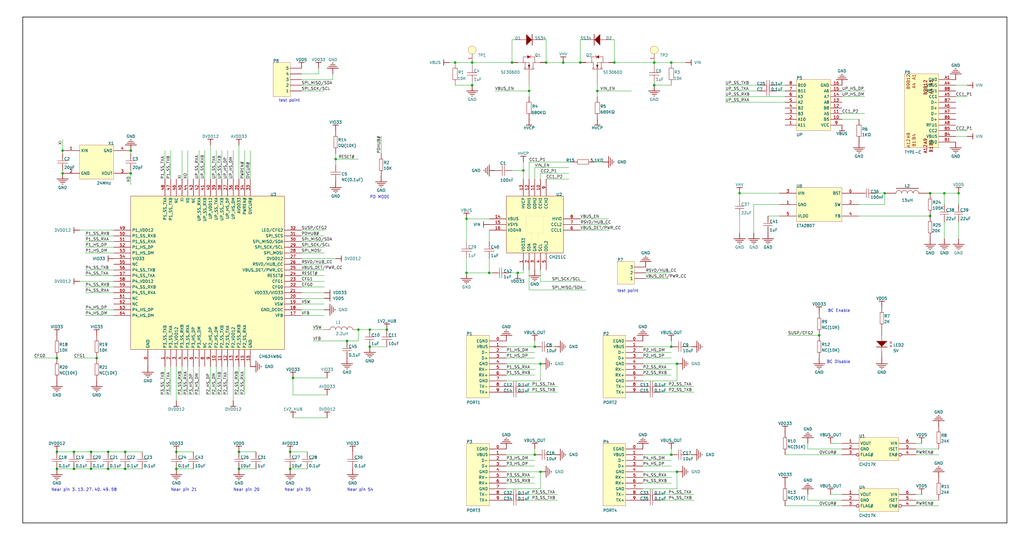
<source format=kicad_sch>
(kicad_sch (version 20250114) (generator "eeschema") (generator_version "9.0")
  (paper "User" 457.2 241.3)
  (text "BC Disable" (at 379.73 162.56 0) (effects (font (size 1.27 1.27)) (justify right bottom)))
  (text "test point" (at 275.59 130.81 0) (effects (font (size 1.27 1.27)) (justify left bottom)))
  (text "test point" (at 124.46 45.72 0) (effects (font (size 1.27 1.27)) (justify left bottom)))
  (text "Near pin 20" (at 104.14 219.71 0) (effects (font (size 1.27 1.27)) (justify left bottom)))
  (text "Near pin 54" (at 154.94 219.71 0) (effects (font (size 1.27 1.27)) (justify left bottom)))
  (text "Near pin 35" (at 127 219.71 0) (effects (font (size 1.27 1.27)) (justify left bottom)))
  (text "Near pin 3、13、27、40、49、58" (at 22.86 219.71 0) (effects (font (size 1.27 1.27)) (justify left bottom)))
  (text "BC Enable" (at 369.57 139.7 0) (effects (font (size 1.27 1.27)) (justify left bottom)))
  (text "Near pin 21" (at 76.2 219.71 0) (effects (font (size 1.27 1.27)) (justify left bottom)))
  (text "PD MODE" (at 165.1 88.9 0) (effects (font (size 1.27 1.27)) (justify left bottom)))
  (junction (at 172.72 147.32))
  (junction (at 154.94 152.4))
  (junction (at 55.88 201.93))
  (junction (at 210.82 38.1))
  (junction (at 25.4 201.93))
  (junction (at 238.76 203.2))
  (junction (at 394.97 86.36))
  (junction (at 25.4 160.02))
  (junction (at 149.86 71.12))
  (junction (at 33.02 209.55))
  (junction (at 299.72 203.2))
  (junction (at 274.32 27.94))
  (junction (at 415.29 96.52))
  (junction (at 130.81 168.91))
  (junction (at 43.18 160.02))
  (junction (at 236.22 40.64))
  (junction (at 251.46 27.94))
  (junction (at 55.88 209.55))
  (junction (at 299.72 154.94))
  (junction (at 203.2 27.94))
  (junction (at 78.74 209.55))
  (junction (at 48.26 209.55))
  (junction (at 165.1 147.32))
  (junction (at 58.42 77.47))
  (junction (at 106.68 209.55))
  (junction (at 292.1 38.1))
  (junction (at 259.08 27.94))
  (junction (at 58.42 67.31))
  (junction (at 421.64 86.36))
  (junction (at 40.64 201.93))
  (junction (at 218.44 121.92))
  (junction (at 302.26 210.82))
  (junction (at 208.28 97.79))
  (junction (at 292.1 27.94))
  (junction (at 238.76 154.94))
  (junction (at 210.82 27.94))
  (junction (at 27.94 67.31))
  (junction (at 231.14 121.92))
  (junction (at 415.29 86.36))
  (junction (at 40.64 209.55))
  (junction (at 129.54 209.55))
  (junction (at 427.99 86.36))
  (junction (at 365.76 149.86))
  (junction (at 299.72 27.94))
  (junction (at 25.4 209.55))
  (junction (at 330.2 86.36))
  (junction (at 33.02 201.93))
  (junction (at 165.1 154.94))
  (junction (at 208.28 121.92))
  (junction (at 233.68 76.2))
  (junction (at 106.68 201.93))
  (junction (at 27.94 77.47))
  (junction (at 241.3 162.56))
  (junction (at 241.3 210.82))
  (junction (at 228.6 27.94))
  (junction (at 78.74 201.93))
  (junction (at 48.26 201.93))
  (junction (at 129.54 201.93))
  (junction (at 243.84 27.94))
  (junction (at 266.7 40.64))
  (junction (at 302.26 162.56))
  (junction (at 160.02 147.32))
  (polyline (pts (xy 10.16 7.62) (xy 10.16 233.68)) (stroke (width 0.254) (type solid) (color 0 0 0 1)))
  (wire (pts (xy 323.85 45.72) (xy 350.52 45.72)))
  (wire (pts (xy 339.09 40.64) (xy 323.85 40.64)))
  (wire (pts (xy 219.71 121.92) (xy 218.44 121.92)))
  (wire (pts (xy 408.94 200.66) (xy 419.1 200.66)))
  (wire (pts (xy 148.59 35.56) (xy 134.62 35.56)))
  (wire (pts (xy 81.28 176.53) (xy 81.28 163.83)))
  (wire (pts (xy 160.02 147.32) (xy 160.02 152.4)))
  (wire (pts (xy 241.3 120.65) (xy 241.3 125.73)))
  (wire (pts (xy 421.64 91.44) (xy 421.64 86.36)))
  (wire (pts (xy 210.82 27.94) (xy 210.82 29.21)))
  (wire (pts (xy 129.54 209.55) (xy 137.16 209.55)))
  (wire (pts (xy 38.1 128.27) (xy 50.8 128.27)))
  (wire (pts (xy 38.1 138.43) (xy 50.8 138.43)))
  (wire (pts (xy 266.7 38.1) (xy 266.7 40.64)))
  (wire (pts (xy 130.81 168.91) (xy 146.05 168.91)))
  (wire (pts (xy 33.02 209.55) (xy 40.64 209.55)))
  (wire (pts (xy 266.7 40.64) (xy 266.7 43.18)))
  (wire (pts (xy 292.1 27.94) (xy 274.32 27.94)))
  (wire (pts (xy 375.92 43.18) (xy 386.08 43.18)))
  (wire (pts (xy 287.02 160.02) (xy 299.72 160.02)))
  (wire (pts (xy 83.82 80.01) (xy 83.82 67.31)))
  (wire (pts (xy 106.68 201.93) (xy 114.3 201.93)))
  (wire (pts (xy 104.14 179.07) (xy 104.14 163.83)))
  (wire (pts (xy 274.32 27.94) (xy 274.32 17.78)))
  (wire (pts (xy 292.1 38.1) (xy 292.1 36.83)))
  (wire (pts (xy 81.28 80.01) (xy 81.28 67.31)))
  (wire (pts (xy 134.62 120.65) (xy 144.78 120.65)))
  (wire (pts (xy 226.06 205.74) (xy 238.76 205.74)))
  (wire (pts (xy 88.9 176.53) (xy 88.9 163.83)))
  (wire (pts (xy 134.62 110.49) (xy 144.78 110.49)))
  (wire (pts (xy 160.02 152.4) (xy 154.94 152.4)))
  (wire (pts (xy 383.54 91.44) (xy 394.97 91.44)))
  (wire (pts (xy 38.1 123.19) (xy 50.8 123.19)))
  (wire (pts (xy 99.06 80.01) (xy 99.06 67.31)))
  (wire (pts (xy 243.84 27.94) (xy 251.46 27.94)))
  (wire (pts (xy 27.94 67.31) (xy 27.94 68.58)))
  (wire (pts (xy 226.06 167.64) (xy 238.76 167.64)))
  (wire (pts (xy 228.6 17.78) (xy 229.87 17.78)))
  (wire (pts (xy 294.64 220.98) (xy 309.88 220.98)))
  (wire (pts (xy 236.22 72.39) (xy 255.27 72.39)))
  (wire (pts (xy 271.78 100.33) (xy 259.08 100.33)))
  (wire (pts (xy 220.98 40.64) (xy 236.22 40.64)))
  (wire (pts (xy 83.82 176.53) (xy 83.82 163.83)))
  (wire (pts (xy 233.68 172.72) (xy 248.92 172.72)))
  (wire (pts (xy 208.28 97.79) (xy 218.44 97.79)))
  (wire (pts (xy 241.3 210.82) (xy 241.3 218.44)))
  (wire (pts (xy 203.2 27.94) (xy 210.82 27.94)))
  (wire (pts (xy 38.1 105.41) (xy 50.8 105.41)))
  (wire (pts (xy 228.6 27.94) (xy 228.6 17.78)))
  (wire (pts (xy 134.62 123.19) (xy 144.78 123.19)))
  (wire (pts (xy 48.26 209.55) (xy 55.88 209.55)))
  (wire (pts (xy 243.84 17.78) (xy 243.84 27.94)))
  (wire (pts (xy 104.14 80.01) (xy 104.14 67.31)))
  (wire (pts (xy 226.06 154.94) (xy 238.76 154.94)))
  (wire (pts (xy 271.78 97.79) (xy 259.08 97.79)))
  (wire (pts (xy 134.62 105.41) (xy 144.78 105.41)))
  (wire (pts (xy 375.92 223.52) (xy 360.68 223.52)))
  (wire (pts (xy 394.97 86.36) (xy 391.16 86.36)))
  (wire (pts (xy 58.42 77.47) (xy 58.42 82.55)))
  (wire (pts (xy 271.78 102.87) (xy 259.08 102.87)))
  (wire (pts (xy 294.64 172.72) (xy 309.88 172.72)))
  (wire (pts (xy 134.62 118.11) (xy 144.78 118.11)))
  (wire (pts (xy 241.3 218.44) (xy 226.06 218.44)))
  (wire (pts (xy 226.06 165.1) (xy 238.76 165.1)))
  (wire (pts (xy 134.62 38.1) (xy 144.78 38.1)))
  (wire (pts (xy 27.94 76.2) (xy 27.94 77.47)))
  (wire (pts (xy 106.68 209.55) (xy 114.3 209.55)))
  (wire (pts (xy 383.54 96.52) (xy 415.29 96.52)))
  (wire (pts (xy 236.22 80.01) (xy 236.22 72.39)))
  (wire (pts (xy 287.02 157.48) (xy 299.72 157.48)))
  (wire (pts (xy 99.06 176.53) (xy 99.06 163.83)))
  (wire (pts (xy 287.02 154.94) (xy 299.72 154.94)))
  (wire (pts (xy 241.3 210.82) (xy 226.06 210.82)))
  (wire (pts (xy 302.26 210.82) (xy 302.26 218.44)))
  (wire (pts (xy 421.64 86.36) (xy 427.99 86.36)))
  (wire (pts (xy 308.61 203.2) (xy 307.34 203.2)))
  (wire (pts (xy 375.92 220.98) (xy 370.84 220.98)))
  (wire (pts (xy 408.94 198.12) (xy 411.48 198.12)))
  (wire (pts (xy 408.94 223.52) (xy 419.1 223.52)))
  (wire (pts (xy 55.88 209.55) (xy 63.5 209.55)))
  (wire (pts (xy 323.85 43.18) (xy 350.52 43.18)))
  (wire (pts (xy 288.29 124.46) (xy 298.45 124.46)))
  (wire (pts (xy 142.24 33.02) (xy 134.62 33.02)))
  (wire (pts (xy 241.3 170.18) (xy 226.06 170.18)))
  (wire (pts (xy 241.3 125.73) (xy 261.62 125.73)))
  (wire (pts (xy 200.66 27.94) (xy 203.2 27.94)))
  (wire (pts (xy 144.78 130.81) (xy 134.62 130.81)))
  (wire (pts (xy 101.6 80.01) (xy 101.6 67.31)))
  (wire (pts (xy 288.29 121.92) (xy 298.45 121.92)))
  (wire (pts (xy 55.88 201.93) (xy 63.5 201.93)))
  (wire (pts (xy 302.26 210.82) (xy 287.02 210.82)))
  (wire (pts (xy 236.22 129.54) (xy 236.22 120.65)))
  (wire (pts (xy 40.64 209.55) (xy 48.26 209.55)))
  (wire (pts (xy 130.81 176.53) (xy 146.05 176.53)))
  (wire (pts (xy 346.71 38.1) (xy 350.52 38.1)))
  (wire (pts (xy 33.02 201.93) (xy 40.64 201.93)))
  (wire (pts (xy 172.72 147.32) (xy 165.1 147.32)))
  (wire (pts (xy 218.44 121.92) (xy 218.44 115.57)))
  (wire (pts (xy 302.26 162.56) (xy 287.02 162.56)))
  (wire (pts (xy 339.09 38.1) (xy 323.85 38.1)))
  (wire (pts (xy 302.26 170.18) (xy 287.02 170.18)))
  (wire (pts (xy 287.02 213.36) (xy 299.72 213.36)))
  (wire (pts (xy 351.79 149.86) (xy 365.76 149.86)))
  (wire (pts (xy 254 74.93) (xy 238.76 74.93)))
  (wire (pts (xy 431.8 58.42) (xy 426.72 58.42)))
  (wire (pts (xy 427.99 91.44) (xy 427.99 86.36)))
  (wire (pts (xy 210.82 38.1) (xy 210.82 36.83)))
  (wire (pts (xy 330.2 86.36) (xy 330.2 88.9)))
  (wire (pts (xy 96.52 176.53) (xy 96.52 163.83)))
  (wire (pts (xy 226.06 157.48) (xy 238.76 157.48)))
  (wire (pts (xy 149.86 71.12) (xy 160.02 71.12)))
  (wire (pts (xy 88.9 80.01) (xy 88.9 67.31)))
  (wire (pts (xy 299.72 27.94) (xy 292.1 27.94)))
  (wire (pts (xy 228.6 76.2) (xy 233.68 76.2)))
  (wire (pts (xy 144.78 138.43) (xy 134.62 138.43)))
  (wire (pts (xy 236.22 38.1) (xy 236.22 40.64)))
  (wire (pts (xy 86.36 209.55) (xy 78.74 209.55)))
  (wire (pts (xy 58.42 77.47) (xy 58.42 76.2)))
  (wire (pts (xy 299.72 154.94) (xy 299.72 152.4)))
  (wire (pts (xy 48.26 201.93) (xy 55.88 201.93)))
  (wire (pts (xy 360.68 223.52) (xy 360.68 220.98)))
  (wire (pts (xy 40.64 201.93) (xy 48.26 201.93)))
  (wire (pts (xy 269.24 72.39) (xy 265.43 72.39)))
  (wire (pts (xy 38.1 140.97) (xy 50.8 140.97)))
  (wire (pts (xy 251.46 27.94) (xy 259.08 27.94)))
  (wire (pts (xy 226.06 215.9) (xy 238.76 215.9)))
  (wire (pts (xy 386.08 50.8) (xy 375.92 50.8)))
  (wire (pts (xy 336.55 91.44) (xy 336.55 104.14)))
  (wire (pts (xy 415.29 86.36) (xy 421.64 86.36)))
  (wire (pts (xy 375.92 203.2) (xy 350.52 203.2)))
  (wire (pts (xy 35.56 125.73) (xy 50.8 125.73)))
  (wire (pts (xy 233.68 121.92) (xy 233.68 120.65)))
  (wire (pts (xy 154.94 152.4) (xy 139.7 152.4)))
  (wire (pts (xy 93.98 176.53) (xy 93.98 163.83)))
  (wire (pts (xy 408.94 203.2) (xy 419.1 203.2)))
  (wire (pts (xy 134.62 125.73) (xy 144.78 125.73)))
  (wire (pts (xy 227.33 121.92) (xy 231.14 121.92)))
  (wire (pts (xy 427.99 99.06) (xy 427.99 106.68)))
  (wire (pts (xy 109.22 80.01) (xy 109.22 67.31)))
  (wire (pts (xy 292.1 38.1) (xy 299.72 38.1)))
  (wire (pts (xy 58.42 67.31) (xy 58.42 68.58)))
  (wire (pts (xy 287.02 165.1) (xy 299.72 165.1)))
  (wire (pts (xy 306.07 27.94) (xy 299.72 27.94)))
  (wire (pts (xy 38.1 110.49) (xy 50.8 110.49)))
  (wire (pts (xy 149.86 68.58) (xy 149.86 71.12)))
  (wire (pts (xy 408.94 220.98) (xy 411.48 220.98)))
  (wire (pts (xy 347.98 91.44) (xy 336.55 91.44)))
  (wire (pts (xy 134.62 102.87) (xy 144.78 102.87)))
  (wire (pts (xy 247.65 203.2) (xy 246.38 203.2)))
  (wire (pts (xy 394.97 91.44) (xy 394.97 86.36)))
  (wire (pts (xy 165.1 147.32) (xy 160.02 147.32)))
  (wire (pts (xy 111.76 80.01) (xy 111.76 67.31)))
  (wire (pts (xy 408.94 226.06) (xy 419.1 226.06)))
  (wire (pts (xy 38.1 120.65) (xy 50.8 120.65)))
  (wire (pts (xy 375.92 198.12) (xy 370.84 198.12)))
  (wire (pts (xy 130.81 168.91) (xy 130.81 176.53)))
  (wire (pts (xy 106.68 64.77) (xy 106.68 80.01)))
  (wire (pts (xy 375.92 40.64) (xy 386.08 40.64)))
  (wire (pts (xy 134.62 107.95) (xy 144.78 107.95)))
  (wire (pts (xy 281.94 40.64) (xy 266.7 40.64)))
  (wire (pts (xy 134.62 135.89) (xy 144.78 135.89)))
  (wire (pts (xy 274.32 17.78) (xy 273.05 17.78)))
  (wire (pts (xy 302.26 218.44) (xy 287.02 218.44)))
  (wire (pts (xy 165.1 154.94) (xy 172.72 154.94)))
  (wire (pts (xy 238.76 203.2) (xy 238.76 200.66)))
  (wire (pts (xy 421.64 99.06) (xy 421.64 106.68)))
  (wire (pts (xy 241.3 80.01) (xy 241.3 77.47)))
  (polyline (pts (xy 10.16 233.68) (xy 449.58 233.68)) (stroke (width 0.254) (type solid) (color 0 0 0 1)))
  (wire (pts (xy 375.92 226.06) (xy 350.52 226.06)))
  (wire (pts (xy 15.24 160.02) (xy 25.4 160.02)))
  (wire (pts (xy 287.02 208.28) (xy 299.72 208.28)))
  (wire (pts (xy 129.54 201.93) (xy 137.16 201.93)))
  (wire (pts (xy 226.06 208.28) (xy 238.76 208.28)))
  (wire (pts (xy 236.22 40.64) (xy 236.22 43.18)))
  (wire (pts (xy 287.02 167.64) (xy 299.72 167.64)))
  (wire (pts (xy 106.68 176.53) (xy 106.68 163.83)))
  (wire (pts (xy 101.6 176.53) (xy 101.6 163.83)))
  (wire (pts (xy 375.92 53.34) (xy 383.54 53.34)))
  (wire (pts (xy 139.7 147.32) (xy 144.78 147.32)))
  (wire (pts (xy 73.66 80.01) (xy 73.66 67.31)))
  (wire (pts (xy 242.57 17.78) (xy 243.84 17.78)))
  (wire (pts (xy 226.06 160.02) (xy 238.76 160.02)))
  (wire (pts (xy 426.72 38.1) (xy 431.8 38.1)))
  (wire (pts (xy 347.98 96.52) (xy 342.9 96.52)))
  (wire (pts (xy 76.2 176.53) (xy 76.2 163.83)))
  (wire (pts (xy 233.68 220.98) (xy 248.92 220.98)))
  (wire (pts (xy 287.02 203.2) (xy 299.72 203.2)))
  (wire (pts (xy 233.68 72.39) (xy 233.68 76.2)))
  (wire (pts (xy 78.74 201.93) (xy 86.36 201.93)))
  (wire (pts (xy 38.1 130.81) (xy 50.8 130.81)))
  (wire (pts (xy 38.1 107.95) (xy 50.8 107.95)))
  (wire (pts (xy 208.28 107.95) (xy 208.28 97.79)))
  (wire (pts (xy 91.44 80.01) (xy 91.44 67.31)))
  (wire (pts (xy 302.26 162.56) (xy 302.26 170.18)))
  (wire (pts (xy 218.44 107.95) (xy 218.44 102.87)))
  (wire (pts (xy 208.28 115.57) (xy 208.28 121.92)))
  (wire (pts (xy 38.1 113.03) (xy 50.8 113.03)))
  (wire (pts (xy 149.86 71.12) (xy 149.86 73.66)))
  (wire (pts (xy 130.81 186.69) (xy 146.05 186.69)))
  (wire (pts (xy 292.1 27.94) (xy 292.1 29.21)))
  (wire (pts (xy 287.02 215.9) (xy 299.72 215.9)))
  (wire (pts (xy 243.84 80.01) (xy 254 80.01)))
  (wire (pts (xy 261.62 129.54) (xy 236.22 129.54)))
  (wire (pts (xy 426.72 43.18) (xy 431.8 43.18)))
  (wire (pts (xy 134.62 140.97) (xy 144.78 140.97)))
  (wire (pts (xy 76.2 80.01) (xy 76.2 67.31)))
  (wire (pts (xy 170.18 60.96) (xy 170.18 68.58)))
  (wire (pts (xy 96.52 80.01) (xy 96.52 67.31)))
  (wire (pts (xy 86.36 176.53) (xy 86.36 163.83)))
  (wire (pts (xy 35.56 102.87) (xy 50.8 102.87)))
  (wire (pts (xy 260.35 17.78) (xy 259.08 17.78)))
  (wire (pts (xy 148.59 33.02) (xy 148.59 35.56)))
  (wire (pts (xy 226.06 203.2) (xy 238.76 203.2)))
  (wire (pts (xy 241.3 77.47) (xy 254 77.47)))
  (wire (pts (xy 375.92 200.66) (xy 360.68 200.66)))
  (wire (pts (xy 247.65 154.94) (xy 246.38 154.94)))
  (wire (pts (xy 33.02 160.02) (xy 43.18 160.02)))
  (wire (pts (xy 142.24 30.48) (xy 142.24 33.02)))
  (wire (pts (xy 144.78 133.35) (xy 134.62 133.35)))
  (wire (pts (xy 259.08 17.78) (xy 259.08 27.94)))
  (wire (pts (xy 426.72 60.96) (xy 431.8 60.96)))
  (wire (pts (xy 347.98 86.36) (xy 330.2 86.36)))
  (polyline (pts (xy 449.58 233.68) (xy 449.58 7.62)) (stroke (width 0.254) (type solid) (color 0 0 0 1)))
  (wire (pts (xy 27.94 67.31) (xy 27.94 62.23)))
  (wire (pts (xy 78.74 179.07) (xy 78.74 163.83)))
  (wire (pts (xy 241.3 162.56) (xy 241.3 170.18)))
  (wire (pts (xy 226.06 213.36) (xy 238.76 213.36)))
  (wire (pts (xy 149.86 115.57) (xy 134.62 115.57)))
  (wire (pts (xy 308.61 154.94) (xy 307.34 154.94)))
  (wire (pts (xy 210.82 27.94) (xy 228.6 27.94)))
  (wire (pts (xy 73.66 176.53) (xy 73.66 163.83)))
  (wire (pts (xy 238.76 74.93) (xy 238.76 80.01)))
  (wire (pts (xy 25.4 209.55) (xy 33.02 209.55)))
  (wire (pts (xy 360.68 200.66) (xy 360.68 198.12)))
  (wire (pts (xy 25.4 201.93) (xy 33.02 201.93)))
  (wire (pts (xy 109.22 176.53) (xy 109.22 163.83)))
  (wire (pts (xy 134.62 113.03) (xy 144.78 113.03)))
  (wire (pts (xy 203.2 38.1) (xy 210.82 38.1)))
  (wire (pts (xy 241.3 162.56) (xy 226.06 162.56)))
  (wire (pts (xy 238.76 154.94) (xy 238.76 152.4)))
  (wire (pts (xy 299.72 203.2) (xy 299.72 200.66)))
  (wire (pts (xy 330.2 96.52) (xy 330.2 104.14)))
  (wire (pts (xy 346.71 40.64) (xy 350.52 40.64)))
  (wire (pts (xy 233.68 223.52) (xy 248.92 223.52)))
  (wire (pts (xy 294.64 223.52) (xy 309.88 223.52)))
  (wire (pts (xy 233.68 175.26) (xy 248.92 175.26)))
  (wire (pts (xy 287.02 205.74) (xy 299.72 205.74)))
  (polyline (pts (xy 449.58 7.62) (xy 10.16 7.62)) (stroke (width 0.254) (type solid) (color 0 0 0 1)))
  (wire (pts (xy 93.98 80.01) (xy 93.98 64.77)))
  (wire (pts (xy 231.14 121.92) (xy 233.68 121.92)))
  (wire (pts (xy 134.62 128.27) (xy 144.78 128.27)))
  (wire (pts (xy 134.62 40.64) (xy 144.78 40.64)))
  (wire (pts (xy 233.68 76.2) (xy 233.68 80.01)))
  (wire (pts (xy 294.64 175.26) (xy 309.88 175.26)))
  (wire (pts (xy 218.44 121.92) (xy 208.28 121.92)))
  (label "XI" (at 27.94 64.77 90))
  (label "P2_HS_DP" (at 93.98 176.53 90))
  (label "P3_SS_TXB" (at 237.49 223.52 0))
  (label "VFB" (at 139.7 152.4 0))
  (label "CC1_P2" (at 243.84 80.01 0))
  (label "SUSP/CFG2" (at 351.79 149.86 0))
  (label "VBUS_DET/PWR_CC" (at 134.62 120.65 0))
  (label "VBUS_DET/PWR_CC" (at 259.08 102.87 0))
  (label "P2_SS_TXB" (at 298.45 175.26 0))
  (label "VSW" (at 139.7 147.32 0))
  (label "PDHUB#" (at 170.18 68.58 90))
  (label "VBUS_EN" (at 259.08 97.79 0))
  (label "UP_HS_DP" (at 101.6 80.01 90))
  (label "P4_SS_RXB" (at 287.02 215.9 0))
  (label "VIN_EN" (at 238.76 74.93 0))
  (label "UP_SS_RXB" (at 323.85 43.18 0))
  (label "OVCUR#" (at 365.76 203.2 0))
  (label "CFG0" (at 134.62 128.27 0))
  (label "UP_SS_RXA" (at 88.9 80.01 90))
  (label "P2_SS_TXB" (at 99.06 176.53 90))
  (label "UP_SS_TXB" (at 99.06 80.01 90))
  (label "SPI_SCK/SCL" (at 134.62 40.64 0))
  (label "P4_HS_DM" (at 287.02 205.74 0))
  (label "PWREN#" (at 109.22 80.01 90))
  (label "RSVD/HUB_CC" (at 259.08 100.33 0))
  (label "RSVD/HUB_CC" (at 288.29 121.92 0))
  (label "P3_SS_RXB" (at 226.06 215.9 0))
  (label "P4_SS_TXB" (at 298.45 223.52 0))
  (label "RESET#" (at 151.13 71.12 0))
  (label "P1_SS_RXB" (at 38.1 105.41 0))
  (label "P4_HS_DM" (at 38.1 140.97 0))
  (label "VBUS_DET/PWR_CC" (at 288.29 124.46 0))
  (label "XO" (at 58.42 78.74 270))
  (label "SPI_SCK/SCL" (at 134.62 110.49 0))
  (label "PWREN#" (at 408.94 203.2 0))
  (label "P4_SS_RXB" (at 38.1 128.27 0))
  (label "P1_SS_RXB" (at 226.06 167.64 0))
  (label "OVCUR#" (at 365.76 226.06 0))
  (label "P4_SS_RXA" (at 38.1 130.81 0))
  (label "RSVD/HUB_CC" (at 134.62 118.11 0))
  (label "P4_SS_TXA" (at 38.1 123.19 0))
  (label "PWREN#" (at 408.94 226.06 0))
  (label "P4_HS_DP" (at 287.02 208.28 0))
  (label "P3_SS_RXA" (at 226.06 213.36 0))
  (label "P3_HS_DM" (at 226.06 205.74 0))
  (label "P4_SS_TXB" (at 38.1 120.65 0))
  (label "P1_SS_TXA" (at 237.49 172.72 0))
  (label "P1_SS_TXB" (at 237.49 175.26 0))
  (label "CFG1" (at 33.02 160.02 0))
  (label "UP_SS_TXB" (at 323.85 38.1 0))
  (label "P3_SS_TXA" (at 76.2 176.53 90))
  (label "P1_HS_DM" (at 38.1 113.03 0))
  (label "PDHUB#" (at 134.62 105.41 0))
  (label "P1_SS_TXB" (at 76.2 80.01 90))
  (label "P3_SS_TXA" (at 237.49 220.98 0))
  (label "SPI_MOSI" (at 134.62 113.03 0))
  (label "P2_SS_RXB" (at 106.68 176.53 90))
  (label "P2_SS_TXA" (at 101.6 176.53 90))
  (label "P2_SS_TXA" (at 298.45 172.72 0))
  (label "UP_SS_TXA" (at 323.85 40.64 0))
  (label "SUSP/CFG2" (at 134.62 102.87 0))
  (label "UP_SS_TXA" (at 96.52 80.01 90))
  (label "P3_HS_DM" (at 88.9 176.53 90))
  (label "P3_HS_DP" (at 86.36 176.53 90))
  (label "P1_HS_DM" (at 226.06 157.48 0))
  (label "UP_HS_DM" (at 375.92 43.18 0))
  (label "CC1_P2" (at 375.92 50.8 0))
  (label "CC2_P1" (at 241.3 77.47 0))
  (label "XO" (at 83.82 80.01 90))
  (label "P2_SS_RXA" (at 109.22 176.53 90))
  (label "VIN_EN" (at 267.97 40.64 0))
  (label "P2_SS_RXA" (at 287.02 165.1 0))
  (label "UP_SS_RXB" (at 91.44 80.01 90))
  (label "CC2_P1" (at 426.72 58.42 0))
  (label "P3_SS_TXB" (at 73.66 176.53 90))
  (label "P4_SS_TXA" (at 298.45 220.98 0))
  (label "OVCUR#" (at 111.76 80.01 90))
  (label "SPI_MISO/SDA" (at 134.62 38.1 0))
  (label "UP_HS_DM" (at 104.14 80.01 90))
  (label "P1_SS_RXA" (at 38.1 107.95 0))
  (label "RESET#" (at 134.62 123.19 0))
  (label "XI" (at 81.28 80.01 90))
  (label "CFG0" (at 15.24 160.02 0))
  (label "VSW" (at 134.62 135.89 0))
  (label "P3_SS_RXB" (at 81.28 176.53 90))
  (label "UP_HS_DP" (at 375.92 40.64 0))
  (label "P2_SS_RXB" (at 287.02 167.64 0))
  (label "P2_HS_DP" (at 287.02 160.02 0))
  (label "P1_HS_DP" (at 38.1 110.49 0))
  (label "P4_SS_RXA" (at 287.02 213.36 0))
  (label "VBUS_EN" (at 220.98 40.64 0))
  (label "CC1_P1" (at 236.22 72.39 0))
  (label "SPI_SCK/SCL" (at 246.38 125.73 0))
  (label "SPI_MISO/SDA" (at 134.62 107.95 0))
  (label "P4_HS_DP" (at 38.1 138.43 0))
  (label "CFG1" (at 134.62 125.73 0))
  (label "P2_HS_DM" (at 287.02 157.48 0))
  (label "P1_SS_RXA" (at 226.06 165.1 0))
  (label "P2_HS_DM" (at 96.52 176.53 90))
  (label "VFB" (at 134.62 140.97 0))
  (label "P3_SS_RXA" (at 83.82 176.53 90))
  (label "SPI_MISO/SDA" (at 246.38 129.54 0))
  (label "P1_HS_DP" (at 226.06 160.02 0))
  (label "P3_HS_DP" (at 226.06 208.28 0))
  (label "UP_SS_RXA" (at 323.85 45.72 0))
  (label "CC1_P1" (at 426.72 43.18 0))
  (label "P1_SS_TXA" (at 73.66 80.01 90))
  (symbol (lib_id "CH634W6G-PD with shell-R0-1v2-altium-import:VDD33_BAR") (at 78.74 201.93 180) (unit 1)
    (property "Reference" "#PWR?" (effects (hide yes)))
    (property "Value" "VDD33" (at 78.74 198.12 0))
  )
  (symbol (lib_id "wch_sch_others:root_1_N-MOS 8pin_wch_sch_others.schLib") (at 266.7 27.94 0) (unit 1)
    (property "Reference" "Q2" (at 261.62 25.4 0) (effects (justify left bottom)))
    (property "Value" "SE3060D" (at 269.24 33.02 0) (effects (justify left bottom)))
    (property "Footprint" "DFN-8_L3.1-W3.0-P0.65-LS3.3-BL" (effects (hide yes)))
    (property "Description" "SE3060D" (effects (hide yes)))
  )
  (symbol (lib_id "*:root_1_RES_*_0") (at 419.1 223.52 0) (unit 1)
    (property "Reference" "R11" (at 420.116 218.186 0) (effects (justify left bottom)))
    (property "Value" "24K" (at 420.116 220.726 0) (effects (justify left bottom)))
    (property "Footprint" "0402" (effects (hide yes)))
  )
  (symbol (lib_id "Miscellaneous Devices LC:root_3_0603 56KΩ (5602) 1%_Miscellaneous Devices LC.IntLib") (at 236.22 48.26 0) (unit 1)
    (property "Reference" "R4" (at 237.49 48.26 0) (effects (justify left bottom)))
    (property "Value" "680KΩ" (at 237.236 51.054 0) (effects (justify left bottom)))
    (property "Footprint" "0402" (effects (hide yes)))
    (property "Description" "贴片电阻" (effects (hide yes)))
    (property "COMPONENTLINK1DESCRIPTION" "供应商链接" (effects (hide yes)))
    (property "COMPONENTLINK1URL" "http://www.szlcsc.com/product/details_23933.html" (effects (hide yes)))
    (property "PACKAGE" "0603" (effects (hide yes)))
    (property "SUPPLIER" "LC" (effects (hide yes)))
    (property "SUPPLIERSPARTNUMBER" "C23206" (effects (hide yes)))
  )
  (symbol (lib_id "CH634W6G-PD with shell-R0-1v2-altium-import:VDD5_BAR") (at 411.48 198.12 180) (unit 1)
    (property "Reference" "#PWR?" (effects (hide yes)))
    (property "Value" "VDD5" (at 411.48 194.31 0))
  )
  (symbol (lib_id "Miscellaneous Devices LC:root_1_0603 100nF (104) 10% 50V_Miscellaneous Devices LC.IntLib") (at 427.99 104.14 0) (unit 1)
    (property "Reference" "C39" (at 428.625 94.615 0) (effects (justify left bottom)))
    (property "Value" "22uF" (at 428.625 98.425 0) (effects (justify left bottom)))
    (property "Footprint" "0805_C" (effects (hide yes)))
    (property "Description" "贴片电容" (effects (hide yes)))
    (property "COMPONENTLINK1DESCRIPTION" "供应商链接" (effects (hide yes)))
    (property "COMPONENTLINK1URL" "http://www.szlcsc.com/product/details_15331.html" (effects (hide yes)))
    (property "PACKAGE" "0603" (effects (hide yes)))
    (property "SUPPLIER" "LC" (effects (hide yes)))
    (property "SUPPLIERSPARTNUMBER" "C14663" (effects (hide yes)))
  )
  (symbol (lib_id "wch_sch_others:root_3_CAP_wch_sch_others.schLib_0") (at 218.44 107.95 0) (unit 1)
    (property "Reference" "C40" (at 219.075 111.125 0) (effects (justify left bottom)))
    (property "Value" "1uF" (at 219.075 114.935 0) (effects (justify left bottom)))
    (property "Footprint" "0402_C" (effects (hide yes)))
    (property "Description" "Capacitor" (effects (hide yes)))
  )
  (symbol (lib_id "CH634W6G-PD with shell-R0-1v2-altium-import:GND_POWER_GROUND") (at 25.4 209.55 0) (unit 1)
    (property "Reference" "#PWR?" (effects (hide yes)))
    (property "Value" "GND" (at 25.4 215.9 0))
  )
  (symbol (lib_id "CH634W6G-PD with shell-R0-1v2-altium-import:VDD33_BAR") (at 130.81 168.91 180) (unit 1)
    (property "Reference" "#PWR?" (effects (hide yes)))
    (property "Value" "VDD33" (at 130.81 165.1 0))
  )
  (symbol (lib_id "CH634W6G-PD with shell-R0-1v2-altium-import:GND_POWER_GROUND") (at 427.99 106.68 0) (unit 1)
    (property "Reference" "#PWR?" (effects (hide yes)))
    (property "Value" "GND" (at 427.99 113.03 0))
  )
  (symbol (lib_id "CH634W6G-PD with shell-R0-1v2-altium-import:DVDD12_BAR") (at 149.86 115.57 90) (unit 1)
    (property "Reference" "#PWR?" (effects (hide yes)))
    (property "Value" "DVDD12" (at 153.67 115.57 90) (effects (justify right)))
  )
  (symbol (lib_name "root_1_CAP_*_0_3") (lib_id "*:root_1_CAP_*_0") (at 289.56 175.26 0) (unit 1)
    (property "Reference" "C13" (at 285.75 172.72 0) (effects (justify left bottom)))
    (property "Value" "0.1uF" (at 292.1 172.72 0) (effects (justify left bottom)))
    (property "Footprint" "0201_C" (effects (hide yes)))
    (property "Description" "Capacitor" (effects (hide yes)))
  )
  (symbol (lib_id "CH634W6G-PD with shell-R0-1v2-altium-import:VBUS_OUT_BAR") (at 238.76 152.4 180) (unit 1)
    (property "Reference" "#PWR?" (effects (hide yes)))
    (property "Value" "VBUS_OUT" (at 238.76 148.59 0))
  )
  (symbol (lib_id "wch_sch_others:root_1_CAP_wch_sch_others.schLib_0") (at 210.82 36.83 0) (unit 1)
    (property "Reference" "C4" (at 211.455 32.385 0) (effects (justify left bottom)))
    (property "Value" "1uF" (at 211.455 36.195 0) (effects (justify left bottom)))
    (property "Footprint" "0402_C" (effects (hide yes)))
    (property "Description" "Capacitor" (effects (hide yes)))
  )
  (symbol (lib_name "root_1_CAP_*_0_7") (lib_id "*:root_1_CAP_*_0") (at 228.6 223.52 0) (unit 1)
    (property "Reference" "C32" (at 224.79 220.98 0) (effects (justify left bottom)))
    (property "Value" "0.1uF" (at 231.14 220.98 0) (effects (justify left bottom)))
    (property "Footprint" "0201_C" (effects (hide yes)))
    (property "Description" "Capacitor" (effects (hide yes)))
  )
  (symbol (lib_id "CHXXX:root_0_CH217K_CHXXX.schlib") (at 383.54 213.36 0) (unit 1)
    (property "Reference" "U4" (at 383.54 218.44 0) (effects (justify left bottom)))
    (property "Value" "CH217K" (at 383.54 231.14 0) (effects (justify left bottom)))
    (property "Footprint" "SOT-23-6" (effects (hide yes)))
    (property "Description" "Current-Limited USB Power Distribution Switch" (effects (hide yes)))
  )
  (symbol (lib_id "CHXXX:root_0_CH217K_CHXXX.schlib") (at 383.54 190.5 0) (unit 1)
    (property "Reference" "U1" (at 383.54 195.58 0) (effects (justify left bottom)))
    (property "Value" "CH217K" (at 383.54 208.28 0) (effects (justify left bottom)))
    (property "Footprint" "SOT-23-6" (effects (hide yes)))
    (property "Description" "Current-Limited USB Power Distribution Switch" (effects (hide yes)))
  )
  (symbol (lib_id "wch_sch_others:root_2_CAP_wch_sch_others.schLib_0") (at 227.33 121.92 0) (unit 1)
    (property "Reference" "C42" (at 224.79 121.92 0) (effects (justify left bottom)))
    (property "Value" "1uF" (at 224.79 124.46 0) (effects (justify left bottom)))
    (property "Footprint" "0402_C" (effects (hide yes)))
    (property "Description" "Capacitor" (effects (hide yes)))
  )
  (symbol (lib_id "*:root_0_晶体_*_0") (at 35.56 64.77 0) (unit 1)
    (property "Reference" "X1" (at 48.26 64.77 0) (effects (justify left bottom)))
    (property "Value" "24MHz" (at 43.18 82.55 0) (effects (justify left bottom)))
    (property "Footprint" "XT3225" (effects (hide yes)))
  )
  (symbol (lib_id "CH634W6G-PD with shell-R0-1v2-altium-import:VIO33_BAR") (at 146.05 168.91 180) (unit 1)
    (property "Reference" "#PWR?" (effects (hide yes)))
    (property "Value" "VIO33" (at 146.05 165.1 0))
  )
  (symbol (lib_id "CH634W6G-PD with shell-R0-1v2-altium-import:VDD5_BAR") (at 393.7 137.16 180) (unit 1)
    (property "Reference" "#PWR?" (effects (hide yes)))
    (property "Value" "VDD5" (at 393.7 133.35 0))
  )
  (symbol (lib_id "CH634W6G-PD with shell-R0-1v2-altium-import:GND_POWER_GROUND") (at 287.02 152.4 180) (unit 1)
    (property "Reference" "#PWR?" (effects (hide yes)))
    (property "Value" "GND" (at 287.02 146.05 0))
  )
  (symbol (lib_id "CH634W6G-PD with shell-R0-1v2-altium-import:GND_POWER_GROUND") (at 342.9 104.14 0) (unit 1)
    (property "Reference" "#PWR?" (effects (hide yes)))
    (property "Value" "GND" (at 342.9 110.49 0))
  )
  (symbol (lib_id "CH634W6G-PD with shell-R0-1v2-altium-import:GND_POWER_GROUND") (at 208.28 121.92 0) (unit 1)
    (property "Reference" "#PWR?" (effects (hide yes)))
    (property "Value" "GND" (at 208.28 128.27 0))
  )
  (symbol (lib_id "wch_sch_others:root_3_CAP_wch_sch_others.schLib_0") (at 208.28 107.95 0) (unit 1)
    (property "Reference" "C29" (at 208.915 111.125 0) (effects (justify left bottom)))
    (property "Value" "1uF" (at 208.915 114.935 0) (effects (justify left bottom)))
    (property "Footprint" "0402_C" (effects (hide yes)))
    (property "Description" "Capacitor" (effects (hide yes)))
  )
  (symbol (lib_id "*:root_3_LED_*_0") (at 396.24 149.86 0) (unit 1)
    (property "Reference" "LED2" (at 398.78 154.94 0) (effects (justify left bottom)))
    (property "Value" "5V" (at 398.78 157.48 0) (effects (justify left bottom)))
    (property "Footprint" "0603+" (effects (hide yes)))
    (property "Description" "LED" (effects (hide yes)))
  )
  (symbol (lib_id "wch_sch_others(1):root_1_RES_wch_sch_others(1).SchLib_0") (at 414.528 104.14 0) (unit 1)
    (property "Reference" "R25" (at 416.306 101.346 0) (effects (justify left bottom)))
    (property "Value" "20K" (at 416.052 103.886 0) (effects (justify left bottom)))
    (property "Footprint" "0402" (effects (hide yes)))
  )
  (symbol (lib_id "Miscellaneous Devices LC:root_0_0603 56KΩ (5602) 1%_Miscellaneous Devices LC.IntLib") (at 260.35 72.39 0) (unit 1)
    (property "Reference" "R15" (at 252.73 72.39 0) (effects (justify left bottom)))
    (property "Value" "5.1KΩ" (at 263.525 72.39 0) (effects (justify left bottom)))
    (property "Footprint" "0402" (effects (hide yes)))
    (property "Description" "贴片电阻" (effects (hide yes)))
    (property "COMPONENTLINK1DESCRIPTION" "供应商链接" (effects (hide yes)))
    (property "COMPONENTLINK1URL" "http://www.szlcsc.com/product/details_23933.html" (effects (hide yes)))
    (property "PACKAGE" "0603" (effects (hide yes)))
    (property "SUPPLIER" "LC" (effects (hide yes)))
    (property "SUPPLIERSPARTNUMBER" "C23206" (effects (hide yes)))
  )
  (symbol (lib_id "*:root_1_RES_*_0") (at 43.18 160.02 0) (unit 1)
    (property "Reference" "R19" (at 44.196 154.686 0) (effects (justify left bottom)))
    (property "Value" "10K" (at 44.196 157.226 0) (effects (justify left bottom)))
    (property "Footprint" "0402" (effects (hide yes)))
  )
  (symbol (lib_id "CH634W6G-PD with shell-R0-1v2-altium-import:GND_POWER_GROUND") (at 360.68 220.98 180) (unit 1)
    (property "Reference" "#PWR?" (effects (hide yes)))
    (property "Value" "GND" (at 360.68 214.63 0))
  )
  (symbol (lib_id "CH634W6G-PD with shell-R0-1v2-altium-import:GND_POWER_GROUND") (at 43.18 170.18 0) (unit 1)
    (property "Reference" "#PWR?" (effects (hide yes)))
    (property "Value" "GND" (at 43.18 176.53 0))
  )
  (symbol (lib_id "CH634W6G-PD with shell-R0-1v2-altium-import:GND_POWER_GROUND") (at 415.29 106.68 0) (unit 1)
    (property "Reference" "#PWR?" (effects (hide yes)))
    (property "Value" "GND" (at 415.29 113.03 0))
  )
  (symbol (lib_id "CH634W6G-PD with shell-R0-1v2-altium-import:VIN_BAR") (at 306.07 27.94 90) (unit 1)
    (property "Reference" "#PWR?" (effects (hide yes)))
    (property "Value" "VIN" (at 309.88 27.94 90) (effects (justify right)))
  )
  (symbol (lib_id "CH634W6G-PD with shell-R0-1v2-altium-import:VDD5_BAR") (at 411.48 220.98 180) (unit 1)
    (property "Reference" "#PWR?" (effects (hide yes)))
    (property "Value" "VDD5" (at 411.48 217.17 0))
  )
  (symbol (lib_id "CH634W6G-PD with shell-R0-1v2-altium-import:GND_POWER_GROUND") (at 226.06 200.66 180) (unit 1)
    (property "Reference" "#PWR?" (effects (hide yes)))
    (property "Value" "GND" (at 226.06 194.31 0))
  )
  (symbol (lib_id "CH634W6G-PD with shell-R0-1v2-altium-import:VIO33_BAR") (at 149.86 58.42 180) (unit 1)
    (property "Reference" "#PWR?" (effects (hide yes)))
    (property "Value" "VIO33" (at 149.86 54.61 0))
  )
  (symbol (lib_id "*:root_1_RES_*_0") (at 170.18 78.74 0) (unit 1)
    (property "Reference" "R2" (at 171.196 73.406 0) (effects (justify left bottom)))
    (property "Value" "10K" (at 171.196 75.946 0) (effects (justify left bottom)))
    (property "Footprint" "0402" (effects (hide yes)))
  )
  (symbol (lib_id "Miscellaneous Devices LC:root_3_0603 56KΩ (5602) 1%_Miscellaneous Devices LC.IntLib") (at 383.54 58.42 0) (unit 1)
    (property "Reference" "R6" (at 384.81 58.42 0) (effects (justify left bottom)))
    (property "Value" "1KΩ" (at 384.81 60.96 0) (effects (justify left bottom)))
    (property "Footprint" "0402" (effects (hide yes)))
    (property "Description" "贴片电阻" (effects (hide yes)))
    (property "COMPONENTLINK1DESCRIPTION" "供应商链接" (effects (hide yes)))
    (property "COMPONENTLINK1URL" "http://www.szlcsc.com/product/details_23933.html" (effects (hide yes)))
    (property "PACKAGE" "0603" (effects (hide yes)))
    (property "SUPPLIER" "LC" (effects (hide yes)))
    (property "SUPPLIERSPARTNUMBER" "C23206" (effects (hide yes)))
  )
  (symbol (lib_name "root_1_CAP_*_0_5") (lib_id "*:root_1_CAP_*_0") (at 228.6 175.26 0) (unit 1)
    (property "Reference" "C12" (at 224.79 172.72 0) (effects (justify left bottom)))
    (property "Value" "0.1uF" (at 231.14 172.72 0) (effects (justify left bottom)))
    (property "Footprint" "0201_C" (effects (hide yes)))
    (property "Description" "Capacitor" (effects (hide yes)))
  )
  (symbol (lib_id "*:root_1_RES_*_0") (at 393.7 147.32 0) (unit 1)
    (property "Reference" "R7" (at 394.716 141.986 0) (effects (justify left bottom)))
    (property "Value" "2K" (at 394.716 144.526 0) (effects (justify left bottom)))
    (property "Footprint" "0402" (effects (hide yes)))
  )
  (symbol (lib_id "CH634W6G-PD with shell-R0-1v2-altium-import:GND_POWER_GROUND") (at 393.7 160.02 0) (unit 1)
    (property "Reference" "#PWR?" (effects (hide yes)))
    (property "Value" "GND" (at 393.7 166.37 0))
  )
  (symbol (lib_id "CH634W6G-PD with shell-R0-1v2-altium-import:GND_POWER_GROUND") (at 220.98 76.2 270) (unit 1)
    (property "Reference" "#PWR?" (effects (hide yes)))
    (property "Value" "GND" (at 214.63 76.2 90) (effects (justify right)))
  )
  (symbol (lib_id "*:root_2_CAP_*_0") (at 58.42 207.01 0) (unit 1)
    (property "Reference" "C22" (at 56.515 205.105 0) (effects (justify left bottom)))
    (property "Value" "0.1uF" (at 56.515 208.915 0) (effects (justify left bottom)))
    (property "Footprint" "0402_C" (effects (hide yes)))
    (property "Description" "Capacitor" (effects (hide yes)))
  )
  (symbol (lib_id "CH634W6G-PD with shell-R0-1v2-altium-import:1V2_HUB_BAR") (at 172.72 147.32 180) (unit 1)
    (property "Reference" "#PWR?" (effects (hide yes)))
    (property "Value" "1V2_HUB" (at 172.72 143.51 0))
  )
  (symbol (lib_id "CH634W6G-PD with shell-R0-1v2-altium-import:GND_POWER_GROUND") (at 375.92 38.1 180) (unit 1)
    (property "Reference" "#PWR?" (effects (hide yes)))
    (property "Value" "GND" (at 375.92 31.75 0))
  )
  (symbol (lib_id "*:root_1_RES_*_0") (at 43.18 170.18 0) (unit 1)
    (property "Reference" "R21" (at 44.196 164.846 0) (effects (justify left bottom)))
    (property "Value" "NC(10K)" (at 44.196 167.386 0) (effects (justify left bottom)))
    (property "Footprint" "0402" (effects (hide yes)))
  )
  (symbol (lib_name "root_0_CAP_*_0_2") (lib_id "*:root_0_CAP_*_0") (at 83.82 204.47 0) (unit 1)
    (property "Reference" "C43" (at 86.995 205.105 0) (effects (justify left bottom)))
    (property "Value" "10uF" (at 86.995 208.915 0) (effects (justify left bottom)))
    (property "Footprint" "0603_C" (effects (hide yes)))
    (property "Description" "Capacitor" (effects (hide yes)))
  )
  (symbol (lib_id "CH634W6G-PD with shell-R0-1v2-altium-import:VDD5_BAR") (at 134.62 30.48 180) (unit 1)
    (property "Reference" "#PWR?" (effects (hide yes)))
    (property "Value" "VDD5" (at 134.62 26.67 0))
  )
  (symbol (lib_id "CH634W6G-PD with shell-R0-1v2-altium-import:VDD33_BAR") (at 365.76 139.7 180) (unit 1)
    (property "Reference" "#PWR?" (effects (hide yes)))
    (property "Value" "VDD33" (at 365.76 135.89 0))
  )
  (symbol (lib_id "*:root_0_CAP_*_0") (at 25.4 71.12 0) (unit 1)
    (property "Reference" "C2" (at 28.575 71.755 0) (effects (justify left bottom)))
    (property "Value" "20pF" (at 28.575 75.565 0) (effects (justify left bottom)))
    (property "Footprint" "0402_C" (effects (hide yes)))
    (property "Description" "Capacitor" (effects (hide yes)))
  )
  (symbol (lib_name "root_1_0603 100nF (104) 10% 50V_Miscellaneous Devices LC.IntLib_1") (lib_id "Miscellaneous Devices LC:root_1_0603 100nF (104) 10% 50V_Miscellaneous Devices LC.IntLib") (at 342.9 109.22 0) (unit 1)
    (property "Reference" "C41" (at 343.535 99.695 0) (effects (justify left bottom)))
    (property "Value" "1uF" (at 343.535 103.505 0) (effects (justify left bottom)))
    (property "Footprint" "0402_C" (effects (hide yes)))
    (property "Description" "贴片电容" (effects (hide yes)))
    (property "COMPONENTLINK1DESCRIPTION" "供应商链接" (effects (hide yes)))
    (property "COMPONENTLINK1URL" "http://www.szlcsc.com/product/details_15331.html" (effects (hide yes)))
    (property "PACKAGE" "0603" (effects (hide yes)))
    (property "SUPPLIER" "LC" (effects (hide yes)))
    (property "SUPPLIERSPARTNUMBER" "C14663" (effects (hide yes)))
  )
  (symbol (lib_id "*:root_1_RES_*_0") (at 419.1 200.66 0) (unit 1)
    (property "Reference" "R8" (at 420.116 195.326 0) (effects (justify left bottom)))
    (property "Value" "24K" (at 420.116 197.866 0) (effects (justify left bottom)))
    (property "Footprint" "0402" (effects (hide yes)))
  )
  (symbol (lib_id "wch_sch_others:root_0_CAP_wch_sch_others.schLib_0") (at 220.98 76.2 0) (unit 1)
    (property "Reference" "C1" (at 223.266 73.66 0) (effects (justify left bottom)))
    (property "Value" "100nF" (at 223.266 81.28 0) (effects (justify left bottom)))
    (property "Footprint" "0402_C" (effects (hide yes)))
    (property "Description" "Capacitor" (effects (hide yes)))
  )
  (symbol (lib_id "CH634W6G-PD with shell-R0-1v2-altium-import:DVDD12_BAR") (at 146.05 186.69 180) (unit 1)
    (property "Reference" "#PWR?" (effects (hide yes)))
    (property "Value" "DVDD12" (at 146.05 182.88 0))
  )
  (symbol (lib_id "Miscellaneous Connectors:root_2_Header 3_Miscellaneous Connectors.IntLib") (at 283.21 127 0) (unit 1)
    (property "Reference" "P7" (at 275.59 116.84 0) (effects (justify left bottom)))
    (property "Footprint" "SIP3-2.54mm" (effects (hide yes)))
    (property "Description" "Header, 3-Pin" (effects (hide yes)))
    (property "LATESTREVISIONDATE" "17-Jul-2002" (effects (hide yes)))
    (property "LATESTREVISIONNOTE" "Re-released for DXP Platform." (effects (hide yes)))
    (property "PUBLISHER" "Altium Limited" (effects (hide yes)))
  )
  (symbol (lib_id "Miscellaneous Devices LC:root_1_0603 100nF (104) 10% 50V_Miscellaneous Devices LC.IntLib") (at 421.64 104.14 0) (unit 1)
    (property "Reference" "C38" (at 422.275 94.615 0) (effects (justify left bottom)))
    (property "Value" "22uF" (at 422.275 98.425 0) (effects (justify left bottom)))
    (property "Footprint" "0805_C" (effects (hide yes)))
    (property "Description" "贴片电容" (effects (hide yes)))
    (property "COMPONENTLINK1DESCRIPTION" "供应商链接" (effects (hide yes)))
    (property "COMPONENTLINK1URL" "http://www.szlcsc.com/product/details_15331.html" (effects (hide yes)))
    (property "PACKAGE" "0603" (effects (hide yes)))
    (property "SUPPLIER" "LC" (effects (hide yes)))
    (property "SUPPLIERSPARTNUMBER" "C14663" (effects (hide yes)))
  )
  (symbol (lib_id "CH634W6G-PD with shell-R0-1v2-altium-import:GND_POWER_GROUND") (at 288.29 119.38 180) (unit 1)
    (property "Reference" "#PWR?" (effects (hide yes)))
    (property "Value" "GND" (at 288.29 113.03 0))
  )
  (symbol (lib_id "CH634W6G-PD with shell-R0-1v2-altium-import:VIO33_BAR") (at 50.8 115.57 270) (unit 1)
    (property "Reference" "#PWR?" (effects (hide yes)))
    (property "Value" "VIO33" (at 46.99 115.57 90) (effects (justify right)))
  )
  (symbol (lib_id "*:root_0_USB-AF3.0-90卷_*_0") (at 208.28 198.12 0) (unit 1)
    (property "Reference" "P3" (at 208.28 198.12 0) (effects (justify left bottom)))
    (property "Value" "PORT3" (at 208.28 228.854 0) (effects (justify left bottom)))
    (property "Footprint" "USB-3.0F-TL" (effects (hide yes)))
  )
  (symbol (lib_name "root_0_CAP_*_0_1") (lib_id "*:root_0_CAP_*_0") (at 127 204.47 0) (unit 1)
    (property "Reference" "C27" (at 130.175 205.105 0) (effects (justify left bottom)))
    (property "Value" "10uF" (at 130.175 208.915 0) (effects (justify left bottom)))
    (property "Footprint" "0603_C" (effects (hide yes)))
    (property "Description" "Capacitor" (effects (hide yes)))
  )
  (symbol (lib_id "CHXXX:root_0_CH634W6G_CHXXX.schlib") (at 58.42 87.63 0) (unit 1)
    (property "Reference" "U3" (at 120.65 87.63 0) (effects (justify left bottom)))
    (property "Value" "CH634W6G" (at 115.57 160.02 0) (effects (justify left bottom)))
    (property "Footprint" "QFN64_8X8" (effects (hide yes)))
    (property "Description" "4 ports USB 3.0 SS hub" (effects (hide yes)))
  )
  (symbol (lib_id "CH634W6G-PD with shell-R0-1v2-altium-import:GND_POWER_GROUND") (at 78.74 209.55 0) (unit 1)
    (property "Reference" "#PWR?" (effects (hide yes)))
    (property "Value" "GND" (at 78.74 215.9 0))
  )
  (symbol (lib_id "CH634W6G-PD with shell-R0-1v2-altium-import:GND_POWER_GROUND") (at 419.1 190.5 180) (unit 1)
    (property "Reference" "#PWR?" (effects (hide yes)))
    (property "Value" "GND" (at 419.1 184.15 0))
  )
  (symbol (lib_id "CH634W6G-PD with shell-R0-1v2-altium-import:HVCP_BAR") (at 266.7 53.34 0) (unit 1)
    (property "Reference" "#PWR?" (effects (hide yes)))
    (property "Value" "HVCP" (at 266.7 57.15 0))
  )
  (symbol (lib_id "CH634W6G-PD with shell-R0-1v2-altium-import:GND_POWER_GROUND") (at 241.3 162.56 90) (unit 1)
    (property "Reference" "#PWR?" (effects (hide yes)))
    (property "Value" "GND" (at 247.65 162.56 90) (effects (justify right)))
  )
  (symbol (lib_id "CH634W6G-PD with shell-R0-1v2-altium-import:VHV_BAR") (at 251.46 27.94 180) (unit 1)
    (property "Reference" "#PWR?" (effects (hide yes)))
    (property "Value" "VHV" (at 251.46 24.13 0))
  )
  (symbol (lib_id "CH634W6G-PD with shell-R0-1v2-altium-import:GND_POWER_GROUND") (at 148.59 33.02 180) (unit 1)
    (property "Reference" "#PWR?" (effects (hide yes)))
    (property "Value" "GND" (at 148.59 26.67 0))
  )
  (symbol (lib_id "CH634W6G-PD with shell-R0-1v2-altium-import:GND_POWER_GROUND") (at 241.3 210.82 90) (unit 1)
    (property "Reference" "#PWR?" (effects (hide yes)))
    (property "Value" "GND" (at 247.65 210.82 90) (effects (justify right)))
  )
  (symbol (lib_id "*:root_0_CAP_*_0") (at 55.88 71.12 0) (unit 1)
    (property "Reference" "C3" (at 59.055 71.755 0) (effects (justify left bottom)))
    (property "Value" "20pF" (at 59.055 75.565 0) (effects (justify left bottom)))
    (property "Footprint" "0402_C" (effects (hide yes)))
    (property "Description" "Capacitor" (effects (hide yes)))
  )
  (symbol (lib_id "wch_sch_others:root_1_mirrored_CAP_wch_sch_others.schLib_0") (at 292.1 36.83 0) (unit 1)
    (property "Reference" "C6" (at 292.735 32.385 0) (effects (justify left bottom)))
    (property "Value" "1uF" (at 292.735 36.195 0) (effects (justify left bottom)))
    (property "Footprint" "0402_C" (effects (hide yes)))
    (property "Description" "Capacitor" (effects (hide yes)))
  )
  (symbol (lib_id "wch_sch_others:root_1_mirrored_N-MOS 8pin_wch_sch_others.schLib") (at 236.22 27.94 0) (unit 1)
    (property "Reference" "Q1" (at 238.76 25.4 0) (effects (justify left bottom)))
    (property "Value" "SE3060D" (at 223.52 33.02 0) (effects (justify left bottom)))
    (property "Footprint" "DFN-8_L3.1-W3.0-P0.65-LS3.3-BL" (effects (hide yes)))
    (property "Description" "SE3060D" (effects (hide yes)))
  )
  (symbol (lib_id "CH634W6G-PD with shell-R0-1v2-altium-import:GND_POWER_GROUND") (at 170.18 78.74 0) (unit 1)
    (property "Reference" "#PWR?" (effects (hide yes)))
    (property "Value" "GND" (at 170.18 85.09 0))
  )
  (symbol (lib_id "CH634W6G-PD with shell-R0-1v2-altium-import:GND_POWER_GROUND") (at 308.61 203.2 90) (unit 1)
    (property "Reference" "#PWR?" (effects (hide yes)))
    (property "Value" "GND" (at 314.96 203.2 90) (effects (justify right)))
  )
  (symbol (lib_id "wch_sch_others:root_3_Testpoint_wch_sch_others.schLib") (at 292.1 27.94 0) (unit 1)
    (property "Reference" "TP2" (at 294.64 25.4 0) (effects (justify left bottom)))
    (property "Value" "Testpoint" (effects (hide yes)))
    (property "Footprint" "TESTPOINT3" (effects (hide yes)))
    (property "Description" "测试点" (effects (hide yes)))
  )
  (symbol (lib_name "root_0_CAP_*_0_3") (lib_id "*:root_0_CAP_*_0") (at 299.72 203.2 0) (unit 1)
    (property "Reference" "C17" (at 304.8 203.2 0) (effects (justify left bottom)))
    (property "Value" "10uF" (at 304.8 205.74 0) (effects (justify left bottom)))
    (property "Footprint" "0603_C" (effects (hide yes)))
    (property "Description" "Capacitor" (effects (hide yes)))
  )
  (symbol (lib_id "CH634W6G-PD with shell-R0-1v2-altium-import:VIN_BAR") (at 431.8 60.96 90) (unit 1)
    (property "Reference" "#PWR?" (effects (hide yes)))
    (property "Value" "VIN" (at 435.61 60.96 90) (effects (justify right)))
  )
  (symbol (lib_name "root_0_CAP_*_0_7") (lib_id "*:root_0_CAP_*_0") (at 170.18 149.86 0) (unit 1)
    (property "Reference" "C11" (at 173.355 150.495 0) (effects (justify left bottom)))
    (property "Value" "10uF" (at 173.355 154.305 0) (effects (justify left bottom)))
    (property "Footprint" "0603_C" (effects (hide yes)))
    (property "Description" "Capacitor" (effects (hide yes)))
  )
  (symbol (lib_id "CH634W6G-PD with shell-R0-1v2-altium-import:GND_POWER_GROUND") (at 302.26 162.56 90) (unit 1)
    (property "Reference" "#PWR?" (effects (hide yes)))
    (property "Value" "GND" (at 308.61 162.56 90) (effects (justify right)))
  )
  (symbol (lib_id "CH634W6G-PD with shell-R0-1v2-altium-import:GND_POWER_GROUND") (at 247.65 203.2 90) (unit 1)
    (property "Reference" "#PWR?" (effects (hide yes)))
    (property "Value" "GND" (at 254 203.2 90) (effects (justify right)))
  )
  (symbol (lib_id "CH634W6G-PD with shell-R0-1v2-altium-import:GND_POWER_GROUND") (at 129.54 209.55 0) (unit 1)
    (property "Reference" "#PWR?" (effects (hide yes)))
    (property "Value" "GND" (at 129.54 215.9 0))
  )
  (symbol (lib_name "root_1_CAP_*_0_1") (lib_id "*:root_1_CAP_*_0") (at 289.56 223.52 0) (unit 1)
    (property "Reference" "C33" (at 285.75 220.98 0) (effects (justify left bottom)))
    (property "Value" "0.1uF" (at 292.1 220.98 0) (effects (justify left bottom)))
    (property "Footprint" "0201_C" (effects (hide yes)))
    (property "Description" "Capacitor" (effects (hide yes)))
  )
  (symbol (lib_id "*:root_3_RES_*_0") (at 350.52 215.9 0) (unit 1)
    (property "Reference" "R13" (at 351.536 220.726 0) (effects (justify left bottom)))
    (property "Value" "NC(51K)" (at 351.536 223.266 0) (effects (justify left bottom)))
    (property "Footprint" "0402" (effects (hide yes)))
  )
  (symbol (lib_id "*:root_0_USB-AF3.0-90卷_*_0") (at 269.24 149.86 0) (unit 1)
    (property "Reference" "P2" (at 269.24 149.86 0) (effects (justify left bottom)))
    (property "Value" "PORT2" (at 269.24 180.594 0) (effects (justify left bottom)))
    (property "Footprint" "USB-3.0F-TL" (effects (hide yes)))
  )
  (symbol (lib_id "*:root_1_CAP_*_0") (at 149.86 81.28 0) (unit 1)
    (property "Reference" "C5" (at 152.4 78.486 0) (effects (justify left bottom)))
    (property "Value" "NC(0.1uF)" (at 152.4 81.026 0) (effects (justify left bottom)))
    (property "Footprint" "0402_C" (effects (hide yes)))
    (property "Description" "Capacitor" (effects (hide yes)))
  )
  (symbol (lib_id "CH634W6G-PD with shell-R0-1v2-altium-import:VBUS_BAR") (at 375.92 55.88 0) (unit 1)
    (property "Reference" "#PWR?" (effects (hide yes)))
    (property "Value" "VBUS" (at 375.92 59.69 0))
  )
  (symbol (lib_id "Miscellaneous Devices LC:root_1_0603 100nF (104) 10% 50V_Miscellaneous Devices LC.IntLib") (at 330.2 101.6 0) (unit 1)
    (property "Reference" "C37" (at 330.835 92.075 0) (effects (justify left bottom)))
    (property "Value" "22uF" (at 330.835 95.885 0) (effects (justify left bottom)))
    (property "Footprint" "0805_C" (effects (hide yes)))
    (property "Description" "贴片电容" (effects (hide yes)))
    (property "COMPONENTLINK1DESCRIPTION" "供应商链接" (effects (hide yes)))
    (property "COMPONENTLINK1URL" "http://www.szlcsc.com/product/details_15331.html" (effects (hide yes)))
    (property "PACKAGE" "0603" (effects (hide yes)))
    (property "SUPPLIER" "LC" (effects (hide yes)))
    (property "SUPPLIERSPARTNUMBER" "C14663" (effects (hide yes)))
  )
  (symbol (lib_id "CH634W6G-PD with shell-R0-1v2-altium-import:GND_POWER_GROUND") (at 383.54 63.5 0) (unit 1)
    (property "Reference" "#PWR?" (effects (hide yes)))
    (property "Value" "GND" (at 383.54 69.85 0))
  )
  (symbol (lib_id "CH634W6G-PD with shell-R0-1v2-altium-import:GND_POWER_GROUND") (at 302.26 210.82 90) (unit 1)
    (property "Reference" "#PWR?" (effects (hide yes)))
    (property "Value" "GND" (at 308.61 210.82 90) (effects (justify right)))
  )
  (symbol (lib_id "CH634W6G-PD with shell-R0-1v2-altium-import:GND_POWER_GROUND") (at 287.02 200.66 180) (unit 1)
    (property "Reference" "#PWR?" (effects (hide yes)))
    (property "Value" "GND" (at 287.02 194.31 0))
  )
  (symbol (lib_id "CH634W6G-PD with shell-R0-1v2-altium-import:GND_POWER_GROUND") (at 308.61 154.94 90) (unit 1)
    (property "Reference" "#PWR?" (effects (hide yes)))
    (property "Value" "GND" (effects (hide yes)))
  )
  (symbol (lib_id "CH634W6G-PD with shell-R0-1v2-altium-import:AVDD33_BAR") (at 129.54 201.93 180) (unit 1)
    (property "Reference" "#PWR?" (effects (hide yes)))
    (property "Value" "AVDD33" (at 129.54 198.12 0))
  )
  (symbol (lib_id "*:root_2_CAP_*_0") (at 139.7 207.01 0) (unit 1)
    (property "Reference" "C28" (at 137.795 205.105 0) (effects (justify left bottom)))
    (property "Value" "0.1uF" (at 137.795 208.915 0) (effects (justify left bottom)))
    (property "Footprint" "0402_C" (effects (hide yes)))
    (property "Description" "Capacitor" (effects (hide yes)))
  )
  (symbol (lib_id "Miscellaneous Devices:root_0_Inductor_Miscellaneous Devices.IntLib") (at 147.32 144.78 0) (unit 1)
    (property "Reference" "L1" (at 149.86 144.78 0) (effects (justify left bottom)))
    (property "Value" "2.2uH" (at 149.86 149.86 0) (effects (justify left bottom)))
    (property "Footprint" "CD32" (effects (hide yes)))
    (property "Description" "Inductor" (effects (hide yes)))
    (property "PUBLISHED" "8-Jun-2000" (effects (hide yes)))
    (property "LATESTREVISIONDATE" "29-May-2009" (effects (hide yes)))
    (property "LATESTREVISIONNOTE" "IPC-7351 Footprint Added." (effects (hide yes)))
    (property "PACKAGEREFERENCE" "0402-A" (effects (hide yes)))
    (property "PUBLISHER" "Altium Limited" (effects (hide yes)))
    (property "PACKAGEDESCRIPTION" "Chip Inductor" (effects (hide yes)))
    (property "CODE_JEITA" "0402" (effects (hide yes)))
    (property "CODE_IEC" "1005" (effects (hide yes)))
  )
  (symbol (lib_id "CH634W6G-PD with shell-R0-1v2-altium-import:VBUS_OUT_BAR") (at 238.76 200.66 180) (unit 1)
    (property "Reference" "#PWR?" (effects (hide yes)))
    (property "Value" "VBUS_OUT" (at 238.76 196.85 0))
  )
  (symbol (lib_name "root_0_CAP_*_0_6") (lib_id "*:root_0_CAP_*_0") (at 238.76 203.2 0) (unit 1)
    (property "Reference" "C16" (at 243.84 203.2 0) (effects (justify left bottom)))
    (property "Value" "10uF" (at 243.84 205.74 0) (effects (justify left bottom)))
    (property "Footprint" "0603_C" (effects (hide yes)))
    (property "Description" "Capacitor" (effects (hide yes)))
  )
  (symbol (lib_id "CH634W6G-PD with shell-R0-1v2-altium-import:GND_POWER_GROUND") (at 292.1 38.1 0) (unit 1)
    (property "Reference" "#PWR?" (effects (hide yes)))
    (property "Value" "GND" (at 292.1 44.45 0))
  )
  (symbol (lib_id "CH634W6G-PD with shell-R0-1v2-altium-import:GND_POWER_GROUND") (at 27.94 77.47 0) (unit 1)
    (property "Reference" "#PWR?" (effects (hide yes)))
    (property "Value" "GND" (at 27.94 83.82 0))
  )
  (symbol (lib_id "CH634W6G-PD with shell-R0-1v2-altium-import:AVDD33_BAR") (at 106.68 64.77 180) (unit 1)
    (property "Reference" "#PWR?" (effects (hide yes)))
    (property "Value" "AVDD33" (at 106.68 60.96 0))
  )
  (symbol (lib_name "root_1_CAP_*_0_8") (lib_id "*:root_1_CAP_*_0") (at 228.6 226.06 0) (unit 1)
    (property "Reference" "C34" (at 224.79 223.52 0) (effects (justify left bottom)))
    (property "Value" "0.1uF" (at 231.14 223.52 0) (effects (justify left bottom)))
    (property "Footprint" "0201_C" (effects (hide yes)))
    (property "Description" "Capacitor" (effects (hide yes)))
  )
  (symbol (lib_id "CH634W6G-PD with shell-R0-1v2-altium-import:HVCP_BAR") (at 233.68 72.39 180) (unit 1)
    (property "Reference" "#PWR?" (effects (hide yes)))
    (property "Value" "HVCP" (at 233.68 68.58 0))
  )
  (symbol (lib_id "*:root_2_CAP_*_0") (at 43.18 207.01 0) (unit 1)
    (property "Reference" "C20" (at 41.275 205.105 0) (effects (justify left bottom)))
    (property "Value" "0.1uF" (at 41.275 208.915 0) (effects (justify left bottom)))
    (property "Footprint" "0402_C" (effects (hide yes)))
    (property "Description" "Capacitor" (effects (hide yes)))
  )
  (symbol (lib_id "CH634W6G-PD with shell-R0-1v2-altium-import:DVDD12_BAR") (at 35.56 102.87 270) (unit 1)
    (property "Reference" "#PWR?" (effects (hide yes)))
    (property "Value" "DVDD12" (at 31.75 102.87 90) (effects (justify right)))
  )
  (symbol (lib_name "root_1_CAP_*_0_9") (lib_id "*:root_1_CAP_*_0") (at 341.63 43.18 0) (unit 1)
    (property "Reference" "C7" (at 337.82 40.64 0) (effects (justify left bottom)))
    (property "Value" "0.1uF" (at 344.17 40.64 0) (effects (justify left bottom)))
    (property "Footprint" "0201_C" (effects (hide yes)))
    (property "Description" "Capacitor" (effects (hide yes)))
  )
  (symbol (lib_name "root_1_Cap_Miscellaneous Devices.IntLib_2") (lib_id "Miscellaneous Devices:root_1_Cap_Miscellaneous Devices.IntLib") (at 152.4 157.48 0) (unit 1)
    (property "Reference" "C45" (at 155.575 155.575 0) (effects (justify left bottom)))
    (property "Value" "0.1uF" (at 155.575 159.385 0) (effects (justify left bottom)))
    (property "Footprint" "0402_C" (effects (hide yes)))
    (property "Description" "Capacitor" (effects (hide yes)))
    (property "PUBLISHED" "8-Jun-2000" (effects (hide yes)))
    (property "LATESTREVISIONDATE" "17-Jul-2002" (effects (hide yes)))
    (property "LATESTREVISIONNOTE" "Re-released for DXP Platform." (effects (hide yes)))
    (property "PACKAGEREFERENCE" "RAD-0.3" (effects (hide yes)))
    (property "PUBLISHER" "Altium Limited" (effects (hide yes)))
    (property "PACKAGEDESCRIPTION" "Radial Cap, Thru-Hole; 2 Leads; 0.3 in Pin Spacing" (effects (hide yes)))
  )
  (symbol (lib_id "CH634W6G-PD with shell-R0-1v2-altium-import:GND_POWER_GROUND") (at 360.68 198.12 180) (unit 1)
    (property "Reference" "#PWR?" (effects (hide yes)))
    (property "Value" "GND" (at 360.68 191.77 0))
  )
  (symbol (lib_id "CH634W6G-PD with shell-R0-1v2-altium-import:DVDD12_BAR") (at 25.4 201.93 180) (unit 1)
    (property "Reference" "#PWR?" (effects (hide yes)))
    (property "Value" "DVDD12" (at 25.4 198.12 0))
  )
  (symbol (lib_id "CHXXX:root_0_mirrored_DIODE_CHXXX.schlib_0") (at 270.51 15.24 0) (unit 1)
    (property "Reference" "D2" (at 270.51 17.78 0) (effects (justify left bottom)))
    (property "Value" "SS34" (at 259.08 17.78 0) (effects (justify left bottom)))
    (property "Footprint" "SOD-123" (effects (hide yes)))
    (property "Description" "Diode" (effects (hide yes)))
  )
  (symbol (lib_id "CH634W6G-PD with shell-R0-1v2-altium-import:VBUS_BAR") (at 208.28 97.79 180) (unit 1)
    (property "Reference" "#PWR?" (effects (hide yes)))
    (property "Value" "VBUS" (at 208.28 93.98 0))
  )
  (symbol (lib_id "Miscellaneous Devices LC:root_3_0603 56KΩ (5602) 1%_Miscellaneous Devices LC.IntLib") (at 266.7 48.26 0) (unit 1)
    (property "Reference" "R5" (at 267.97 48.26 0) (effects (justify left bottom)))
    (property "Value" "680KΩ" (at 267.97 50.8 0) (effects (justify left bottom)))
    (property "Footprint" "0402" (effects (hide yes)))
    (property "Description" "贴片电阻" (effects (hide yes)))
    (property "COMPONENTLINK1DESCRIPTION" "供应商链接" (effects (hide yes)))
    (property "COMPONENTLINK1URL" "http://www.szlcsc.com/product/details_23933.html" (effects (hide yes)))
    (property "PACKAGE" "0603" (effects (hide yes)))
    (property "SUPPLIER" "LC" (effects (hide yes)))
    (property "SUPPLIERSPARTNUMBER" "C23206" (effects (hide yes)))
  )
  (symbol (lib_id "CHXXX:root_0_DIODE_CHXXX.schlib_0") (at 232.41 15.24 0) (unit 1)
    (property "Reference" "D1" (at 229.87 17.78 0) (effects (justify left bottom)))
    (property "Value" "SS34" (at 238.76 17.78 0) (effects (justify left bottom)))
    (property "Footprint" "SOD-123" (effects (hide yes)))
    (property "Description" "Diode" (effects (hide yes)))
  )
  (symbol (lib_id "Miscellaneous Devices LC:root_3_0603 56KΩ (5602) 1%_Miscellaneous Devices LC.IntLib") (at 299.72 33.02 0) (unit 1)
    (property "Reference" "R3" (at 300.99 33.02 0) (effects (justify left bottom)))
    (property "Value" "10K" (at 300.736 35.814 0) (effects (justify left bottom)))
    (property "Footprint" "0402" (effects (hide yes)))
    (property "Description" "贴片电阻" (effects (hide yes)))
    (property "COMPONENTLINK1DESCRIPTION" "供应商链接" (effects (hide yes)))
    (property "COMPONENTLINK1URL" "http://www.szlcsc.com/product/details_23933.html" (effects (hide yes)))
    (property "PACKAGE" "0603" (effects (hide yes)))
    (property "SUPPLIER" "LC" (effects (hide yes)))
    (property "SUPPLIERSPARTNUMBER" "C23206" (effects (hide yes)))
  )
  (symbol (lib_name "root_1_CAP_*_0_4") (lib_id "*:root_1_CAP_*_0") (at 289.56 177.8 0) (unit 1)
    (property "Reference" "C15" (at 285.75 175.26 0) (effects (justify left bottom)))
    (property "Value" "0.1uF" (at 292.1 175.26 0) (effects (justify left bottom)))
    (property "Footprint" "0201_C" (effects (hide yes)))
    (property "Description" "Capacitor" (effects (hide yes)))
  )
  (symbol (lib_id "CH634W6G-PD with shell-R0-1v2-altium-import:GND_POWER_GROUND") (at 106.68 209.55 0) (unit 1)
    (property "Reference" "#PWR?" (effects (hide yes)))
    (property "Value" "GND" (at 106.68 215.9 0))
  )
  (symbol (lib_id "CH634W6G-PD with shell-R0-1v2-altium-import:GND_POWER_GROUND") (at 238.76 120.65 0) (unit 1)
    (property "Reference" "#PWR?" (effects (hide yes)))
    (property "Value" "GND" (at 238.76 127 0))
  )
  (symbol (lib_id "*:root_0_USB-AF3.0-90卷_*_0") (at 269.24 198.12 0) (unit 1)
    (property "Reference" "P4" (at 269.24 198.12 0) (effects (justify left bottom)))
    (property "Value" "PORT4" (at 269.24 228.854 0) (effects (justify left bottom)))
    (property "Footprint" "USB-3.0F-TL" (effects (hide yes)))
  )
  (symbol (lib_id "CH634W6G-PD with shell-R0-1v2-altium-import:1V2_HUB_BAR") (at 130.81 186.69 180) (unit 1)
    (property "Reference" "#PWR?" (effects (hide yes)))
    (property "Value" "1V2_HUB" (at 130.81 182.88 0))
  )
  (symbol (lib_id "CH634W6G-PD with shell-R0-1v2-altium-import:GND_POWER_GROUND") (at 165.1 154.94 0) (unit 1)
    (property "Reference" "#PWR?" (effects (hide yes)))
    (property "Value" "GND" (at 165.1 161.29 0))
  )
  (symbol (lib_id "wch_sch_others(1):root_1_RES_wch_sch_others(1).SchLib_0") (at 414.528 93.98 0) (unit 1)
    (property "Reference" "R24" (at 416.306 91.186 0) (effects (justify left bottom)))
    (property "Value" "105K" (at 416.306 93.726 0) (effects (justify left bottom)))
    (property "Footprint" "0402" (effects (hide yes)))
  )
  (symbol (lib_id "CH634W6G-PD with shell-R0-1v2-altium-import:GND_POWER_GROUND") (at 330.2 104.14 0) (unit 1)
    (property "Reference" "#PWR?" (effects (hide yes)))
    (property "Value" "GND" (at 330.2 110.49 0))
  )
  (symbol (lib_id "*:root_2_CAP_*_0") (at 50.8 207.01 0) (unit 1)
    (property "Reference" "C21" (at 48.895 205.105 0) (effects (justify left bottom)))
    (property "Value" "0.1uF" (at 48.895 208.915 0) (effects (justify left bottom)))
    (property "Footprint" "0402_C" (effects (hide yes)))
    (property "Description" "Capacitor" (effects (hide yes)))
  )
  (symbol (lib_id "CH634W6G-PD with shell-R0-1v2-altium-import:GND_POWER_GROUND") (at 247.65 154.94 90) (unit 1)
    (property "Reference" "#PWR?" (effects (hide yes)))
    (property "Value" "GND" (at 254 154.94 90) (effects (justify right)))
  )
  (symbol (lib_id "CHXXX:root_0_CH211C_CHXXX.schlib_0") (at 226.06 87.63 0) (unit 1)
    (property "Reference" "U2" (at 248.285 87.63 0) (effects (justify left bottom)))
    (property "Value" "CH211C" (at 245.11 115.57 0) (effects (justify left bottom)))
    (property "Footprint" "QFN16C_2X2" (effects (hide yes)))
    (property "Description" "28V USB PD & Type-C high voltage interface" (effects (hide yes)))
  )
  (symbol (lib_id "CH634W6G-PD with shell-R0-1v2-altium-import:GND_POWER_GROUND") (at 210.82 38.1 0) (unit 1)
    (property "Reference" "#PWR?" (effects (hide yes)))
    (property "Value" "GND" (at 210.82 44.45 0))
  )
  (symbol (lib_id "CH634W6G-PD with shell-R0-1v2-altium-import:DVDD12_BAR") (at 35.56 125.73 270) (unit 1)
    (property "Reference" "#PWR?" (effects (hide yes)))
    (property "Value" "DVDD12" (at 31.75 125.73 90) (effects (justify right)))
  )
  (symbol (lib_id "*:root_3_RES_*_0") (at 350.52 193.04 0) (unit 1)
    (property "Reference" "R10" (at 351.536 197.866 0) (effects (justify left bottom)))
    (property "Value" "NC(51K)" (at 351.536 200.406 0) (effects (justify left bottom)))
    (property "Footprint" "0402" (effects (hide yes)))
  )
  (symbol (lib_id "CH634W6G-PD with shell-R0-1v2-altium-import:DVDD12_BAR") (at 78.74 179.07 0) (unit 1)
    (property "Reference" "#PWR?" (effects (hide yes)))
    (property "Value" "DVDD12" (at 78.74 182.88 0))
  )
  (symbol (lib_id "CH634W6G-PD with shell-R0-1v2-altium-import:GND_POWER_GROUND") (at 58.42 67.31 180) (unit 1)
    (property "Reference" "#PWR?" (effects (hide yes)))
    (property "Value" "GND" (at 58.42 60.96 0))
  )
  (symbol (lib_id "*:root_1_RES_*_0") (at 25.4 160.02 0) (unit 1)
    (property "Reference" "R18" (at 26.416 154.686 0) (effects (justify left bottom)))
    (property "Value" "10K" (at 26.416 157.226 0) (effects (justify left bottom)))
    (property "Footprint" "0402" (effects (hide yes)))
  )
  (symbol (lib_id "CH634W6G-PD with shell-R0-1v2-altium-import:VHV_BAR") (at 330.2 86.36 180) (unit 1)
    (property "Reference" "#PWR?" (effects (hide yes)))
    (property "Value" "VHV" (at 330.2 82.55 0))
  )
  (symbol (lib_id "CH634W6G-PD with shell-R0-1v2-altium-import:GND_POWER_GROUND") (at 157.48 209.55 0) (unit 1)
    (property "Reference" "#PWR?" (effects (hide yes)))
    (property "Value" "GND" (at 157.48 215.9 0))
  )
  (symbol (lib_id "*:root_1_CAP_*_0") (at 114.3 209.55 0) (unit 1)
    (property "Reference" "C31" (at 114.935 205.105 0) (effects (justify left bottom)))
    (property "Value" "1uF" (at 114.935 208.915 0) (effects (justify left bottom)))
    (property "Footprint" "0402_C" (effects (hide yes)))
    (property "Description" "Capacitor" (effects (hide yes)))
  )
  (symbol (lib_id "CH634W6G-PD with shell-R0-1v2-altium-import:GND_POWER_GROUND") (at 144.78 138.43 90) (unit 1)
    (property "Reference" "#PWR?" (effects (hide yes)))
    (property "Value" "GND" (at 151.13 138.43 90) (effects (justify right)))
  )
  (symbol (lib_id "CH634W6G-PD with shell-R0-1v2-altium-import:GND_POWER_GROUND") (at 226.06 152.4 180) (unit 1)
    (property "Reference" "#PWR?" (effects (hide yes)))
    (property "Value" "GND" (at 226.06 146.05 0))
  )
  (symbol (lib_name "root_1_CAP_*_0_2") (lib_id "*:root_1_CAP_*_0") (at 289.56 226.06 0) (unit 1)
    (property "Reference" "C35" (at 285.75 223.52 0) (effects (justify left bottom)))
    (property "Value" "0.1uF" (at 292.1 223.52 0) (effects (justify left bottom)))
    (property "Footprint" "0201_C" (effects (hide yes)))
    (property "Description" "Capacitor" (effects (hide yes)))
  )
  (symbol (lib_id "Miscellaneous Devices LC:root_3_0603 56KΩ (5602) 1%_Miscellaneous Devices LC.IntLib") (at 203.2 33.02 0) (unit 1)
    (property "Reference" "R1" (at 204.47 33.02 0) (effects (justify left bottom)))
    (property "Value" "10K" (at 204.216 35.814 0) (effects (justify left bottom)))
    (property "Footprint" "0402" (effects (hide yes)))
    (property "Description" "贴片电阻" (effects (hide yes)))
    (property "COMPONENTLINK1DESCRIPTION" "供应商链接" (effects (hide yes)))
    (property "COMPONENTLINK1URL" "http://www.szlcsc.com/product/details_23933.html" (effects (hide yes)))
    (property "PACKAGE" "0603" (effects (hide yes)))
    (property "SUPPLIER" "LC" (effects (hide yes)))
    (property "SUPPLIERSPARTNUMBER" "C23206" (effects (hide yes)))
  )
  (symbol (lib_id "wch_sch_others:root_0_TypeC-Cable1_wch_sch_others.schLib") (at 355.6 35.56 0) (unit 1)
    (property "Reference" "P5" (at 355.6 35.56 0) (effects (justify left bottom)))
    (property "Value" "UP" (at 355.6 60.96 0) (effects (justify left bottom)))
    (property "Footprint" "CABLE-TYPEC1" (effects (hide yes)))
  )
  (symbol (lib_id "CH634W6G-PD with shell-R0-1v2-altium-import:VDD33_BAR") (at 350.52 215.9 180) (unit 1)
    (property "Reference" "#PWR?" (effects (hide yes)))
    (property "Value" "VDD33" (at 350.52 212.09 0))
  )
  (symbol (lib_id "wch_sch_others:root_0_TPS54202_wch_sch_others.schLib") (at 355.6 99.06 0) (unit 1)
    (property "Reference" "U6" (at 355.6 83.82 0) (effects (justify left bottom)))
    (property "Value" "ETA2807" (at 355.6 101.6 0) (effects (justify left bottom)))
    (property "Footprint" "SOT-23-6" (effects (hide yes)))
    (property "Description" "8~28V输入，DCDC" (effects (hide yes)))
  )
  (symbol (lib_id "*:root_1_mirrored_RES_*_0") (at 365.76 160.02 0) (unit 1)
    (property "Reference" "R12" (at 366.776 154.686 0) (effects (justify left bottom)))
    (property "Value" "NC(10K)" (at 366.776 157.226 0) (effects (justify left bottom)))
    (property "Footprint" "0402" (effects (hide yes)))
  )
  (symbol (lib_id "CH634W6G-PD with shell-R0-1v2-altium-import:GND_POWER_GROUND") (at 111.76 163.83 90) (unit 1)
    (property "Reference" "#PWR?" (effects (hide yes)))
    (property "Value" "GND" (at 118.11 163.83 90) (effects (justify right)))
  )
  (symbol (lib_id "CH634W6G-PD with shell-R0-1v2-altium-import:GND_POWER_GROUND") (at 426.72 35.56 180) (unit 1)
    (property "Reference" "#PWR?" (effects (hide yes)))
    (property "Value" "GND" (at 426.72 29.21 0))
  )
  (symbol (lib_id "CH634W6G-PD with shell-R0-1v2-altium-import:GND_POWER_GROUND") (at 419.1 213.36 180) (unit 1)
    (property "Reference" "#PWR?" (effects (hide yes)))
    (property "Value" "GND" (at 419.1 207.01 0))
  )
  (symbol (lib_id "*:root_1_RES_*_0") (at 25.4 170.18 0) (unit 1)
    (property "Reference" "R20" (at 26.416 164.846 0) (effects (justify left bottom)))
    (property "Value" "NC(10K)" (at 26.416 167.386 0) (effects (justify left bottom)))
    (property "Footprint" "0402" (effects (hide yes)))
  )
  (symbol (lib_id "CH634W6G-PD with shell-R0-1v2-altium-import:VDD33_BAR") (at 350.52 193.04 180) (unit 1)
    (property "Reference" "#PWR?" (effects (hide yes)))
    (property "Value" "VDD33" (at 350.52 189.23 0))
  )
  (symbol (lib_id "CH634W6G-PD with shell-R0-1v2-altium-import:VBUS_OUT_BAR") (at 299.72 152.4 180) (unit 1)
    (property "Reference" "#PWR?" (effects (hide yes)))
    (property "Value" "VBUS_OUT" (at 299.72 148.59 0))
  )
  (symbol (lib_id "CH634W6G-PD with shell-R0-1v2-altium-import:VDD33_BAR") (at 231.14 121.92 0) (unit 1)
    (property "Reference" "#PWR?" (effects (hide yes)))
    (property "Value" "VDD33" (at 231.14 125.73 0))
  )
  (symbol (lib_id "Miscellaneous Devices LC:root_2_0603 100nF (104) 10% 50V_Miscellaneous Devices LC.IntLib") (at 396.24 86.36 0) (unit 1)
    (property "Reference" "C36" (at 388.62 86.36 0) (effects (justify left bottom)))
    (property "Value" "100nF" (at 388.62 88.9 0) (effects (justify left bottom)))
    (property "Footprint" "0402_C" (effects (hide yes)))
    (property "Description" "贴片电容" (effects (hide yes)))
    (property "COMPONENTLINK1DESCRIPTION" "供应商链接" (effects (hide yes)))
    (property "COMPONENTLINK1URL" "http://www.szlcsc.com/product/details_15331.html" (effects (hide yes)))
    (property "PACKAGE" "0603" (effects (hide yes)))
    (property "SUPPLIER" "LC" (effects (hide yes)))
    (property "SUPPLIERSPARTNUMBER" "C14663" (effects (hide yes)))
  )
  (symbol (lib_name "root_1_CAP_*_0_10") (lib_id "*:root_1_CAP_*_0") (at 341.63 40.64 0) (unit 1)
    (property "Reference" "C25" (at 337.82 38.1 0) (effects (justify left bottom)))
    (property "Value" "0.1uF" (at 344.17 38.1 0) (effects (justify left bottom)))
    (property "Footprint" "0201_C" (effects (hide yes)))
    (property "Description" "Capacitor" (effects (hide yes)))
  )
  (symbol (lib_id "CH634W6G-PD with shell-R0-1v2-altium-import:VIO33_BAR") (at 157.48 201.93 180) (unit 1)
    (property "Reference" "#PWR?" (effects (hide yes)))
    (property "Value" "VIO33" (at 157.48 198.12 0))
  )
  (symbol (lib_id "CH634W6G-PD with shell-R0-1v2-altium-import:VDD5_BAR") (at 106.68 201.93 180) (unit 1)
    (property "Reference" "#PWR?" (effects (hide yes)))
    (property "Value" "VDD5" (at 106.68 198.12 0))
  )
  (symbol (lib_id "CH634W6G-PD with shell-R0-1v2-altium-import:DVDD12_BAR") (at 104.14 179.07 0) (unit 1)
    (property "Reference" "#PWR?" (effects (hide yes)))
    (property "Value" "DVDD12" (at 104.14 182.88 0))
  )
  (symbol (lib_id "Miscellaneous Devices:root_1_Cap_Miscellaneous Devices.IntLib") (at 104.14 207.01 0) (unit 1)
    (property "Reference" "C26" (at 107.315 205.105 0) (effects (justify left bottom)))
    (property "Value" "10uF" (at 107.315 208.915 0) (effects (justify left bottom)))
    (property "Footprint" "0603_C" (effects (hide yes)))
    (property "Description" "Capacitor" (effects (hide yes)))
    (property "PUBLISHED" "8-Jun-2000" (effects (hide yes)))
    (property "LATESTREVISIONDATE" "17-Jul-2002" (effects (hide yes)))
    (property "LATESTREVISIONNOTE" "Re-released for DXP Platform." (effects (hide yes)))
    (property "PACKAGEREFERENCE" "RAD-0.3" (effects (hide yes)))
    (property "PUBLISHER" "Altium Limited" (effects (hide yes)))
    (property "PACKAGEDESCRIPTION" "Radial Cap, Thru-Hole; 2 Leads; 0.3 in Pin Spacing" (effects (hide yes)))
  )
  (symbol (lib_id "wch_sch_others:root_3_TYPE-C-1_wch_sch_others.schLib_0") (at 426.72 35.56 0) (unit 1)
    (property "Reference" "P6" (at 403.86 33.02 0) (effects (justify left bottom)))
    (property "Value" "TYPE-C" (at 403.86 68.756 0) (effects (justify left bottom)))
    (property "Footprint" "TYPE-C-Receptacle-2.0-16PIN-L6.5mmSinkDown1.2mm" (effects (hide yes)))
  )
  (symbol (lib_id "CH634W6G-PD with shell-R0-1v2-altium-import:HVCP_BAR") (at 236.22 53.34 0) (unit 1)
    (property "Reference" "#PWR?" (effects (hide yes)))
    (property "Value" "HVCP" (at 236.22 57.15 0))
  )
  (symbol (lib_id "*:root_2_CAP_*_0") (at 27.94 207.01 0) (unit 1)
    (property "Reference" "C18" (at 26.035 205.105 0) (effects (justify left bottom)))
    (property "Value" "0.1uF" (at 26.035 208.915 0) (effects (justify left bottom)))
    (property "Footprint" "0402_C" (effects (hide yes)))
    (property "Description" "Capacitor" (effects (hide yes)))
  )
  (symbol (lib_id "CH634W6G-PD with shell-R0-1v2-altium-import:VBUS_OUT_BAR") (at 370.84 220.98 180) (unit 1)
    (property "Reference" "#PWR?" (effects (hide yes)))
    (property "Value" "VBUS_OUT" (at 370.84 217.17 0))
  )
  (symbol (lib_id "CH634W6G-PD with shell-R0-1v2-altium-import:GND_POWER_GROUND") (at 336.55 104.14 0) (unit 1)
    (property "Reference" "#PWR?" (effects (hide yes)))
    (property "Value" "GND" (at 336.55 110.49 0))
  )
  (symbol (lib_id "CH634W6G-PD with shell-R0-1v2-altium-import:VDD5_BAR") (at 144.78 133.35 90) (unit 1)
    (property "Reference" "#PWR?" (effects (hide yes)))
    (property "Value" "VDD5" (at 148.59 133.35 90) (effects (justify right)))
  )
  (symbol (lib_id "*:root_2_CAP_*_0") (at 35.56 207.01 0) (unit 1)
    (property "Reference" "C19" (at 33.655 205.105 0) (effects (justify left bottom)))
    (property "Value" "0.1uF" (at 33.655 208.915 0) (effects (justify left bottom)))
    (property "Footprint" "0402_C" (effects (hide yes)))
    (property "Description" "Capacitor" (effects (hide yes)))
  )
  (symbol (lib_id "wch_sch_others:root_2_HEADER 5_wch_sch_others.schLib_0") (at 134.62 40.64 0) (unit 1)
    (property "Reference" "P8" (at 121.92 27.94 0) (effects (justify left bottom)))
    (property "Footprint" "SIP5-2.54mm" (effects (hide yes)))
    (property "Description" "Header, 5-Pin" (effects (hide yes)))
  )
  (symbol (lib_name "root_1_CAP_*_0_6") (lib_id "*:root_1_CAP_*_0") (at 228.6 177.8 0) (unit 1)
    (property "Reference" "C14" (at 224.79 175.26 0) (effects (justify left bottom)))
    (property "Value" "0.1uF" (at 231.14 175.26 0) (effects (justify left bottom)))
    (property "Footprint" "0201_C" (effects (hide yes)))
    (property "Description" "Capacitor" (effects (hide yes)))
  )
  (symbol (lib_id "*:root_1_RES_*_0") (at 365.76 149.86 0) (unit 1)
    (property "Reference" "R9" (at 366.776 144.526 0) (effects (justify left bottom)))
    (property "Value" "NC(10K)" (at 366.776 147.066 0) (effects (justify left bottom)))
    (property "Footprint" "0402" (effects (hide yes)))
  )
  (symbol (lib_id "CH634W6G-PD with shell-R0-1v2-altium-import:GND_POWER_GROUND") (at 154.94 160.02 0) (unit 1)
    (property "Reference" "#PWR?" (effects (hide yes)))
    (property "Value" "GND" (at 154.94 166.37 0))
  )
  (symbol (lib_id "CH634W6G-PD with shell-R0-1v2-altium-import:VDD33_BAR") (at 142.24 30.48 180) (unit 1)
    (property "Reference" "#PWR?" (effects (hide yes)))
    (property "Value" "VDD33" (at 142.24 26.67 0))
  )
  (symbol (lib_id "CH634W6G-PD with shell-R0-1v2-altium-import:GND_POWER_GROUND") (at 149.86 81.28 0) (unit 1)
    (property "Reference" "#PWR?" (effects (hide yes)))
    (property "Value" "GND" (at 149.86 87.63 0))
  )
  (symbol (lib_id "CH634W6G-PD with shell-R0-1v2-altium-import:VBUS_OUT_BAR") (at 370.84 198.12 180) (unit 1)
    (property "Reference" "#PWR?" (effects (hide yes)))
    (property "Value" "VBUS_OUT" (at 370.84 194.31 0))
  )
  (symbol (lib_id "CH634W6G-PD with shell-R0-1v2-altium-import:VIO33_BAR") (at 25.4 149.86 180) (unit 1)
    (property "Reference" "#PWR?" (effects (hide yes)))
    (property "Value" "VIO33" (at 25.4 146.05 0))
  )
  (symbol (lib_id "CH634W6G-PD with shell-R0-1v2-altium-import:VIN_BAR") (at 431.8 38.1 90) (unit 1)
    (property "Reference" "#PWR?" (effects (hide yes)))
    (property "Value" "VIN" (at 435.61 38.1 90) (effects (justify right)))
  )
  (symbol (lib_id "CH634W6G-PD with shell-R0-1v2-altium-import:DVDD12_BAR") (at 93.98 64.77 180) (unit 1)
    (property "Reference" "#PWR?" (effects (hide yes)))
    (property "Value" "DVDD12" (at 93.98 60.96 0))
  )
  (symbol (lib_id "CH634W6G-PD with shell-R0-1v2-altium-import:VDD5_BAR") (at 427.99 86.36 180) (unit 1)
    (property "Reference" "#PWR?" (effects (hide yes)))
    (property "Value" "VDD5" (at 427.99 82.55 0))
  )
  (symbol (lib_id "CH634W6G-PD with shell-R0-1v2-altium-import:GND_POWER_GROUND") (at 66.04 163.83 0) (unit 1)
    (property "Reference" "#PWR?" (effects (hide yes)))
    (property "Value" "GND" (at 66.04 170.18 0))
  )
  (symbol (lib_id "CH634W6G-PD with shell-R0-1v2-altium-import:VBUS_OUT_BAR") (at 299.72 200.66 180) (unit 1)
    (property "Reference" "#PWR?" (effects (hide yes)))
    (property "Value" "VBUS_OUT" (at 299.72 196.85 0))
  )
  (symbol (lib_id "CH634W6G-PD with shell-R0-1v2-altium-import:VBUS_BAR") (at 200.66 27.94 270) (unit 1)
    (property "Reference" "#PWR?" (effects (hide yes)))
    (property "Value" "VBUS" (at 196.85 27.94 90) (effects (justify right)))
  )
  (symbol (lib_id "CH634W6G-PD with shell-R0-1v2-altium-import:AVDD33_BAR") (at 146.05 176.53 180) (unit 1)
    (property "Reference" "#PWR?" (effects (hide yes)))
    (property "Value" "AVDD33" (at 146.05 172.72 0))
  )
  (symbol (lib_id "*:root_1_RES_*_0") (at 149.86 68.58 0) (unit 1)
    (property "Reference" "R14" (at 150.876 63.246 0) (effects (justify left bottom)))
    (property "Value" "0Ω(10K)" (at 150.876 65.786 0) (effects (justify left bottom)))
    (property "Footprint" "0402" (effects (hide yes)))
  )
  (symbol (lib_id "*:root_2_CAP_*_0") (at 66.04 207.01 0) (unit 1)
    (property "Reference" "C23" (at 64.135 205.105 0) (effects (justify left bottom)))
    (property "Value" "0.1uF" (at 64.135 208.915 0) (effects (justify left bottom)))
    (property "Footprint" "0402_C" (effects (hide yes)))
    (property "Description" "Capacitor" (effects (hide yes)))
  )
  (symbol (lib_name "root_0_CAP_*_0_5") (lib_id "*:root_0_CAP_*_0") (at 238.76 154.94 0) (unit 1)
    (property "Reference" "C8" (at 243.84 154.94 0) (effects (justify left bottom)))
    (property "Value" "10uF" (at 243.84 157.48 0) (effects (justify left bottom)))
    (property "Footprint" "0603_C" (effects (hide yes)))
    (property "Description" "Capacitor" (effects (hide yes)))
  )
  (symbol (lib_id "wch_sch_others:root_0_INDUCTOR_wch_sch_others.schLib") (at 394.97 86.36 0) (unit 1)
    (property "Reference" "L2" (at 403.86 83.82 0) (effects (justify left bottom)))
    (property "Value" "15uH" (at 402.59 90.17 0) (effects (justify left bottom)))
    (property "Footprint" "IND-SMD_L7.0-W6.6" (effects (hide yes)))
  )
  (symbol (lib_id "*:root_0_CAP_*_0") (at 76.2 204.47 0) (unit 1)
    (property "Reference" "C24" (at 79.375 205.105 0) (effects (justify left bottom)))
    (property "Value" "0.1uF" (at 79.375 208.915 0) (effects (justify left bottom)))
    (property "Footprint" "0402_C" (effects (hide yes)))
    (property "Description" "Capacitor" (effects (hide yes)))
  )
  (symbol (lib_id "CH634W6G-PD with shell-R0-1v2-altium-import:VIO33_BAR") (at 43.18 149.86 180) (unit 1)
    (property "Reference" "#PWR?" (effects (hide yes)))
    (property "Value" "VIO33" (at 43.18 146.05 0))
  )
  (symbol (lib_id "CH634W6G-PD with shell-R0-1v2-altium-import:VDD33_BAR") (at 144.78 130.81 90) (unit 1)
    (property "Reference" "#PWR?" (effects (hide yes)))
    (property "Value" "VDD33" (at 148.59 130.81 90) (effects (justify right)))
  )
  (symbol (lib_name "root_1_Cap_Miscellaneous Devices.IntLib_1") (lib_id "Miscellaneous Devices:root_1_Cap_Miscellaneous Devices.IntLib") (at 162.56 152.4 0) (unit 1)
    (property "Reference" "C10" (at 165.735 150.495 0) (effects (justify left bottom)))
    (property "Value" "1uF" (at 165.735 154.305 0) (effects (justify left bottom)))
    (property "Footprint" "0402_C" (effects (hide yes)))
    (property "Description" "Capacitor" (effects (hide yes)))
    (property "PUBLISHED" "8-Jun-2000" (effects (hide yes)))
    (property "LATESTREVISIONDATE" "17-Jul-2002" (effects (hide yes)))
    (property "LATESTREVISIONNOTE" "Re-released for DXP Platform." (effects (hide yes)))
    (property "PACKAGEREFERENCE" "RAD-0.3" (effects (hide yes)))
    (property "PUBLISHER" "Altium Limited" (effects (hide yes)))
    (property "PACKAGEDESCRIPTION" "Radial Cap, Thru-Hole; 2 Leads; 0.3 in Pin Spacing" (effects (hide yes)))
  )
  (symbol (lib_id "CH634W6G-PD with shell-R0-1v2-altium-import:GND_POWER_GROUND") (at 426.72 63.5 0) (unit 1)
    (property "Reference" "#PWR?" (effects (hide yes)))
    (property "Value" "GND" (at 426.72 69.85 0))
  )
  (symbol (lib_id "CH634W6G-PD with shell-R0-1v2-altium-import:GND_POWER_GROUND") (at 269.24 72.39 90) (unit 1)
    (property "Reference" "#PWR?" (effects (hide yes)))
    (property "Value" "GND" (at 275.59 72.39 90) (effects (justify right)))
  )
  (symbol (lib_name "root_0_CAP_*_0_4") (lib_id "*:root_0_CAP_*_0") (at 299.72 154.94 0) (unit 1)
    (property "Reference" "C9" (at 304.8 154.94 0) (effects (justify left bottom)))
    (property "Value" "10uF" (at 304.8 157.48 0) (effects (justify left bottom)))
    (property "Footprint" "0603_C" (effects (hide yes)))
    (property "Description" "Capacitor" (effects (hide yes)))
  )
  (symbol (lib_id "*:root_0_USB-AF3.0-90卷_*_0") (at 208.28 149.86 0) (unit 1)
    (property "Reference" "P1" (at 208.28 149.86 0) (effects (justify left bottom)))
    (property "Value" "PORT1" (at 208.28 180.594 0) (effects (justify left bottom)))
    (property "Footprint" "USB-3.0F-TL" (effects (hide yes)))
  )
  (symbol (lib_id "wch_sch_others:root_3_Testpoint_wch_sch_others.schLib") (at 210.82 27.94 0) (unit 1)
    (property "Reference" "TP1" (at 213.36 25.4 0) (effects (justify left bottom)))
    (property "Value" "Testpoint" (effects (hide yes)))
    (property "Footprint" "TESTPOINT3" (effects (hide yes)))
    (property "Description" "测试点" (effects (hide yes)))
  )
  (symbol (lib_id "CH634W6G-PD with shell-R0-1v2-altium-import:GND_POWER_GROUND") (at 421.64 106.68 0) (unit 1)
    (property "Reference" "#PWR?" (effects (hide yes)))
    (property "Value" "GND" (at 421.64 113.03 0))
  )
  (symbol (lib_id "*:root_2_CAP_*_0") (at 160.02 207.01 0) (unit 1)
    (property "Reference" "C30" (at 158.115 205.105 0) (effects (justify left bottom)))
    (property "Value" "0.1uF" (at 158.115 208.915 0) (effects (justify left bottom)))
    (property "Footprint" "0402_C" (effects (hide yes)))
    (property "Description" "Capacitor" (effects (hide yes)))
  )
  (symbol (lib_id "CH634W6G-PD with shell-R0-1v2-altium-import:GND_POWER_GROUND") (at 365.76 160.02 0) (unit 1)
    (property "Reference" "#PWR?" (effects (hide yes)))
    (property "Value" "GND" (at 365.76 166.37 0))
  )
  (symbol (lib_id "CH634W6G-PD with shell-R0-1v2-altium-import:GND_POWER_GROUND") (at 25.4 170.18 0) (unit 1)
    (property "Reference" "#PWR?" (effects (hide yes)))
    (property "Value" "GND" (at 25.4 176.53 0))
  )
  (symbol (lib_id "CH634W6G-PD with shell-R0-1v2-altium-import:VIN_BAR") (at 218.44 100.33 270) (unit 1)
    (property "Reference" "#PWR?" (effects (hide yes)))
    (property "Value" "VIN" (at 214.63 100.33 90) (effects (justify right)))
  )
)
</source>
